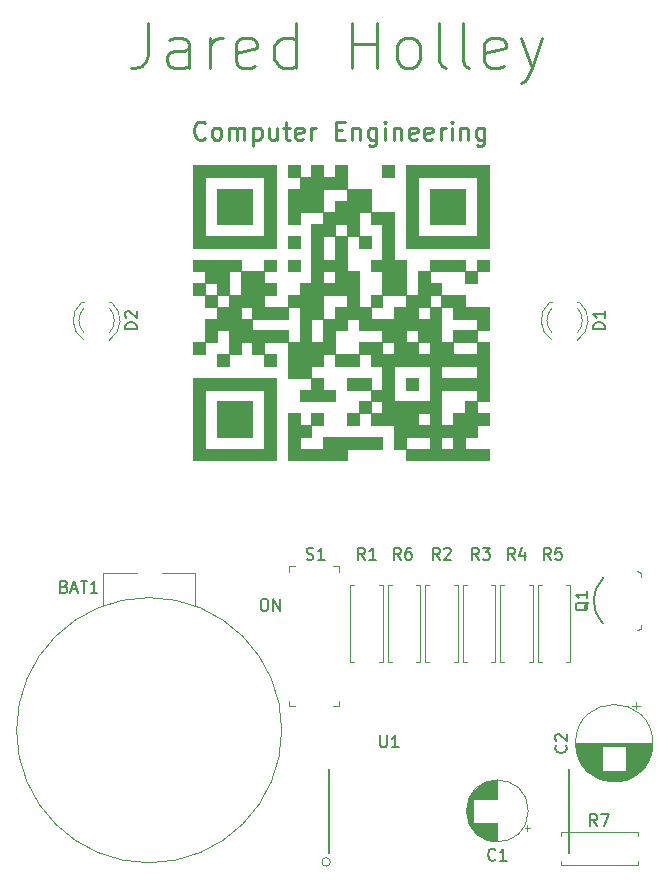
<source format=gto>
G04 #@! TF.GenerationSoftware,KiCad,Pcbnew,(5.1.4-0-10_14)*
G04 #@! TF.CreationDate,2019-09-05T15:19:51-04:00*
G04 #@! TF.ProjectId,555_Badge,3535355f-4261-4646-9765-2e6b69636164,v01*
G04 #@! TF.SameCoordinates,Original*
G04 #@! TF.FileFunction,Legend,Top*
G04 #@! TF.FilePolarity,Positive*
%FSLAX46Y46*%
G04 Gerber Fmt 4.6, Leading zero omitted, Abs format (unit mm)*
G04 Created by KiCad (PCBNEW (5.1.4-0-10_14)) date 2019-09-05 15:19:51*
%MOMM*%
%LPD*%
G04 APERTURE LIST*
%ADD10C,0.254000*%
%ADD11C,0.150000*%
%ADD12C,0.010000*%
%ADD13C,0.100000*%
%ADD14C,0.120000*%
%ADD15C,0.203200*%
G04 APERTURE END LIST*
D10*
X118400285Y-68108285D02*
X118327714Y-68180857D01*
X118110000Y-68253428D01*
X117964857Y-68253428D01*
X117747142Y-68180857D01*
X117602000Y-68035714D01*
X117529428Y-67890571D01*
X117456857Y-67600285D01*
X117456857Y-67382571D01*
X117529428Y-67092285D01*
X117602000Y-66947142D01*
X117747142Y-66802000D01*
X117964857Y-66729428D01*
X118110000Y-66729428D01*
X118327714Y-66802000D01*
X118400285Y-66874571D01*
X119271142Y-68253428D02*
X119126000Y-68180857D01*
X119053428Y-68108285D01*
X118980857Y-67963142D01*
X118980857Y-67527714D01*
X119053428Y-67382571D01*
X119126000Y-67310000D01*
X119271142Y-67237428D01*
X119488857Y-67237428D01*
X119634000Y-67310000D01*
X119706571Y-67382571D01*
X119779142Y-67527714D01*
X119779142Y-67963142D01*
X119706571Y-68108285D01*
X119634000Y-68180857D01*
X119488857Y-68253428D01*
X119271142Y-68253428D01*
X120432285Y-68253428D02*
X120432285Y-67237428D01*
X120432285Y-67382571D02*
X120504857Y-67310000D01*
X120650000Y-67237428D01*
X120867714Y-67237428D01*
X121012857Y-67310000D01*
X121085428Y-67455142D01*
X121085428Y-68253428D01*
X121085428Y-67455142D02*
X121158000Y-67310000D01*
X121303142Y-67237428D01*
X121520857Y-67237428D01*
X121666000Y-67310000D01*
X121738571Y-67455142D01*
X121738571Y-68253428D01*
X122464285Y-67237428D02*
X122464285Y-68761428D01*
X122464285Y-67310000D02*
X122609428Y-67237428D01*
X122899714Y-67237428D01*
X123044857Y-67310000D01*
X123117428Y-67382571D01*
X123190000Y-67527714D01*
X123190000Y-67963142D01*
X123117428Y-68108285D01*
X123044857Y-68180857D01*
X122899714Y-68253428D01*
X122609428Y-68253428D01*
X122464285Y-68180857D01*
X124496285Y-67237428D02*
X124496285Y-68253428D01*
X123843142Y-67237428D02*
X123843142Y-68035714D01*
X123915714Y-68180857D01*
X124060857Y-68253428D01*
X124278571Y-68253428D01*
X124423714Y-68180857D01*
X124496285Y-68108285D01*
X125004285Y-67237428D02*
X125584857Y-67237428D01*
X125222000Y-66729428D02*
X125222000Y-68035714D01*
X125294571Y-68180857D01*
X125439714Y-68253428D01*
X125584857Y-68253428D01*
X126673428Y-68180857D02*
X126528285Y-68253428D01*
X126238000Y-68253428D01*
X126092857Y-68180857D01*
X126020285Y-68035714D01*
X126020285Y-67455142D01*
X126092857Y-67310000D01*
X126238000Y-67237428D01*
X126528285Y-67237428D01*
X126673428Y-67310000D01*
X126746000Y-67455142D01*
X126746000Y-67600285D01*
X126020285Y-67745428D01*
X127399142Y-68253428D02*
X127399142Y-67237428D01*
X127399142Y-67527714D02*
X127471714Y-67382571D01*
X127544285Y-67310000D01*
X127689428Y-67237428D01*
X127834571Y-67237428D01*
X129503714Y-67455142D02*
X130011714Y-67455142D01*
X130229428Y-68253428D02*
X129503714Y-68253428D01*
X129503714Y-66729428D01*
X130229428Y-66729428D01*
X130882571Y-67237428D02*
X130882571Y-68253428D01*
X130882571Y-67382571D02*
X130955142Y-67310000D01*
X131100285Y-67237428D01*
X131318000Y-67237428D01*
X131463142Y-67310000D01*
X131535714Y-67455142D01*
X131535714Y-68253428D01*
X132914571Y-67237428D02*
X132914571Y-68471142D01*
X132842000Y-68616285D01*
X132769428Y-68688857D01*
X132624285Y-68761428D01*
X132406571Y-68761428D01*
X132261428Y-68688857D01*
X132914571Y-68180857D02*
X132769428Y-68253428D01*
X132479142Y-68253428D01*
X132334000Y-68180857D01*
X132261428Y-68108285D01*
X132188857Y-67963142D01*
X132188857Y-67527714D01*
X132261428Y-67382571D01*
X132334000Y-67310000D01*
X132479142Y-67237428D01*
X132769428Y-67237428D01*
X132914571Y-67310000D01*
X133640285Y-68253428D02*
X133640285Y-67237428D01*
X133640285Y-66729428D02*
X133567714Y-66802000D01*
X133640285Y-66874571D01*
X133712857Y-66802000D01*
X133640285Y-66729428D01*
X133640285Y-66874571D01*
X134366000Y-67237428D02*
X134366000Y-68253428D01*
X134366000Y-67382571D02*
X134438571Y-67310000D01*
X134583714Y-67237428D01*
X134801428Y-67237428D01*
X134946571Y-67310000D01*
X135019142Y-67455142D01*
X135019142Y-68253428D01*
X136325428Y-68180857D02*
X136180285Y-68253428D01*
X135890000Y-68253428D01*
X135744857Y-68180857D01*
X135672285Y-68035714D01*
X135672285Y-67455142D01*
X135744857Y-67310000D01*
X135890000Y-67237428D01*
X136180285Y-67237428D01*
X136325428Y-67310000D01*
X136398000Y-67455142D01*
X136398000Y-67600285D01*
X135672285Y-67745428D01*
X137631714Y-68180857D02*
X137486571Y-68253428D01*
X137196285Y-68253428D01*
X137051142Y-68180857D01*
X136978571Y-68035714D01*
X136978571Y-67455142D01*
X137051142Y-67310000D01*
X137196285Y-67237428D01*
X137486571Y-67237428D01*
X137631714Y-67310000D01*
X137704285Y-67455142D01*
X137704285Y-67600285D01*
X136978571Y-67745428D01*
X138357428Y-68253428D02*
X138357428Y-67237428D01*
X138357428Y-67527714D02*
X138430000Y-67382571D01*
X138502571Y-67310000D01*
X138647714Y-67237428D01*
X138792857Y-67237428D01*
X139300857Y-68253428D02*
X139300857Y-67237428D01*
X139300857Y-66729428D02*
X139228285Y-66802000D01*
X139300857Y-66874571D01*
X139373428Y-66802000D01*
X139300857Y-66729428D01*
X139300857Y-66874571D01*
X140026571Y-67237428D02*
X140026571Y-68253428D01*
X140026571Y-67382571D02*
X140099142Y-67310000D01*
X140244285Y-67237428D01*
X140462000Y-67237428D01*
X140607142Y-67310000D01*
X140679714Y-67455142D01*
X140679714Y-68253428D01*
X142058571Y-67237428D02*
X142058571Y-68471142D01*
X141986000Y-68616285D01*
X141913428Y-68688857D01*
X141768285Y-68761428D01*
X141550571Y-68761428D01*
X141405428Y-68688857D01*
X142058571Y-68180857D02*
X141913428Y-68253428D01*
X141623142Y-68253428D01*
X141478000Y-68180857D01*
X141405428Y-68108285D01*
X141332857Y-67963142D01*
X141332857Y-67527714D01*
X141405428Y-67382571D01*
X141478000Y-67310000D01*
X141623142Y-67237428D01*
X141913428Y-67237428D01*
X142058571Y-67310000D01*
X113574285Y-58365571D02*
X113574285Y-61087000D01*
X113392857Y-61631285D01*
X113030000Y-61994142D01*
X112485714Y-62175571D01*
X112122857Y-62175571D01*
X117021428Y-62175571D02*
X117021428Y-60179857D01*
X116840000Y-59817000D01*
X116477142Y-59635571D01*
X115751428Y-59635571D01*
X115388571Y-59817000D01*
X117021428Y-61994142D02*
X116658571Y-62175571D01*
X115751428Y-62175571D01*
X115388571Y-61994142D01*
X115207142Y-61631285D01*
X115207142Y-61268428D01*
X115388571Y-60905571D01*
X115751428Y-60724142D01*
X116658571Y-60724142D01*
X117021428Y-60542714D01*
X118835714Y-62175571D02*
X118835714Y-59635571D01*
X118835714Y-60361285D02*
X119017142Y-59998428D01*
X119198571Y-59817000D01*
X119561428Y-59635571D01*
X119924285Y-59635571D01*
X122645714Y-61994142D02*
X122282857Y-62175571D01*
X121557142Y-62175571D01*
X121194285Y-61994142D01*
X121012857Y-61631285D01*
X121012857Y-60179857D01*
X121194285Y-59817000D01*
X121557142Y-59635571D01*
X122282857Y-59635571D01*
X122645714Y-59817000D01*
X122827142Y-60179857D01*
X122827142Y-60542714D01*
X121012857Y-60905571D01*
X126092857Y-62175571D02*
X126092857Y-58365571D01*
X126092857Y-61994142D02*
X125730000Y-62175571D01*
X125004285Y-62175571D01*
X124641428Y-61994142D01*
X124460000Y-61812714D01*
X124278571Y-61449857D01*
X124278571Y-60361285D01*
X124460000Y-59998428D01*
X124641428Y-59817000D01*
X125004285Y-59635571D01*
X125730000Y-59635571D01*
X126092857Y-59817000D01*
X130810000Y-62175571D02*
X130810000Y-58365571D01*
X130810000Y-60179857D02*
X132987142Y-60179857D01*
X132987142Y-62175571D02*
X132987142Y-58365571D01*
X135345714Y-62175571D02*
X134982857Y-61994142D01*
X134801428Y-61812714D01*
X134620000Y-61449857D01*
X134620000Y-60361285D01*
X134801428Y-59998428D01*
X134982857Y-59817000D01*
X135345714Y-59635571D01*
X135890000Y-59635571D01*
X136252857Y-59817000D01*
X136434285Y-59998428D01*
X136615714Y-60361285D01*
X136615714Y-61449857D01*
X136434285Y-61812714D01*
X136252857Y-61994142D01*
X135890000Y-62175571D01*
X135345714Y-62175571D01*
X138792857Y-62175571D02*
X138430000Y-61994142D01*
X138248571Y-61631285D01*
X138248571Y-58365571D01*
X140788571Y-62175571D02*
X140425714Y-61994142D01*
X140244285Y-61631285D01*
X140244285Y-58365571D01*
X143691428Y-61994142D02*
X143328571Y-62175571D01*
X142602857Y-62175571D01*
X142240000Y-61994142D01*
X142058571Y-61631285D01*
X142058571Y-60179857D01*
X142240000Y-59817000D01*
X142602857Y-59635571D01*
X143328571Y-59635571D01*
X143691428Y-59817000D01*
X143872857Y-60179857D01*
X143872857Y-60542714D01*
X142058571Y-60905571D01*
X145142857Y-59635571D02*
X146050000Y-62175571D01*
X146957142Y-59635571D02*
X146050000Y-62175571D01*
X145687142Y-63082714D01*
X145505714Y-63264142D01*
X145142857Y-63445571D01*
D11*
X123332952Y-107148380D02*
X123523428Y-107148380D01*
X123618666Y-107196000D01*
X123713904Y-107291238D01*
X123761523Y-107481714D01*
X123761523Y-107815047D01*
X123713904Y-108005523D01*
X123618666Y-108100761D01*
X123523428Y-108148380D01*
X123332952Y-108148380D01*
X123237714Y-108100761D01*
X123142476Y-108005523D01*
X123094857Y-107815047D01*
X123094857Y-107481714D01*
X123142476Y-107291238D01*
X123237714Y-107196000D01*
X123332952Y-107148380D01*
X124190095Y-108148380D02*
X124190095Y-107148380D01*
X124761523Y-108148380D01*
X124761523Y-107148380D01*
D12*
G36*
X117410000Y-70420000D02*
G01*
X118410000Y-70420000D01*
X118410000Y-71420000D01*
X117410000Y-71420000D01*
X117410000Y-70420000D01*
X117410000Y-70420000D01*
G37*
X117410000Y-70420000D02*
X118410000Y-70420000D01*
X118410000Y-71420000D01*
X117410000Y-71420000D01*
X117410000Y-70420000D01*
G36*
X118410000Y-70420000D02*
G01*
X119410000Y-70420000D01*
X119410000Y-71420000D01*
X118410000Y-71420000D01*
X118410000Y-70420000D01*
X118410000Y-70420000D01*
G37*
X118410000Y-70420000D02*
X119410000Y-70420000D01*
X119410000Y-71420000D01*
X118410000Y-71420000D01*
X118410000Y-70420000D01*
G36*
X119410000Y-70420000D02*
G01*
X120410000Y-70420000D01*
X120410000Y-71420000D01*
X119410000Y-71420000D01*
X119410000Y-70420000D01*
X119410000Y-70420000D01*
G37*
X119410000Y-70420000D02*
X120410000Y-70420000D01*
X120410000Y-71420000D01*
X119410000Y-71420000D01*
X119410000Y-70420000D01*
G36*
X120410000Y-70420000D02*
G01*
X121410000Y-70420000D01*
X121410000Y-71420000D01*
X120410000Y-71420000D01*
X120410000Y-70420000D01*
X120410000Y-70420000D01*
G37*
X120410000Y-70420000D02*
X121410000Y-70420000D01*
X121410000Y-71420000D01*
X120410000Y-71420000D01*
X120410000Y-70420000D01*
G36*
X121410000Y-70420000D02*
G01*
X122410000Y-70420000D01*
X122410000Y-71420000D01*
X121410000Y-71420000D01*
X121410000Y-70420000D01*
X121410000Y-70420000D01*
G37*
X121410000Y-70420000D02*
X122410000Y-70420000D01*
X122410000Y-71420000D01*
X121410000Y-71420000D01*
X121410000Y-70420000D01*
G36*
X122410000Y-70420000D02*
G01*
X123410000Y-70420000D01*
X123410000Y-71420000D01*
X122410000Y-71420000D01*
X122410000Y-70420000D01*
X122410000Y-70420000D01*
G37*
X122410000Y-70420000D02*
X123410000Y-70420000D01*
X123410000Y-71420000D01*
X122410000Y-71420000D01*
X122410000Y-70420000D01*
G36*
X123410000Y-70420000D02*
G01*
X124410000Y-70420000D01*
X124410000Y-71420000D01*
X123410000Y-71420000D01*
X123410000Y-70420000D01*
X123410000Y-70420000D01*
G37*
X123410000Y-70420000D02*
X124410000Y-70420000D01*
X124410000Y-71420000D01*
X123410000Y-71420000D01*
X123410000Y-70420000D01*
G36*
X125410000Y-70420000D02*
G01*
X126410000Y-70420000D01*
X126410000Y-71420000D01*
X125410000Y-71420000D01*
X125410000Y-70420000D01*
X125410000Y-70420000D01*
G37*
X125410000Y-70420000D02*
X126410000Y-70420000D01*
X126410000Y-71420000D01*
X125410000Y-71420000D01*
X125410000Y-70420000D01*
G36*
X127410000Y-70420000D02*
G01*
X128410000Y-70420000D01*
X128410000Y-71420000D01*
X127410000Y-71420000D01*
X127410000Y-70420000D01*
X127410000Y-70420000D01*
G37*
X127410000Y-70420000D02*
X128410000Y-70420000D01*
X128410000Y-71420000D01*
X127410000Y-71420000D01*
X127410000Y-70420000D01*
G36*
X129410000Y-70420000D02*
G01*
X130410000Y-70420000D01*
X130410000Y-71420000D01*
X129410000Y-71420000D01*
X129410000Y-70420000D01*
X129410000Y-70420000D01*
G37*
X129410000Y-70420000D02*
X130410000Y-70420000D01*
X130410000Y-71420000D01*
X129410000Y-71420000D01*
X129410000Y-70420000D01*
G36*
X133410000Y-70420000D02*
G01*
X134410000Y-70420000D01*
X134410000Y-71420000D01*
X133410000Y-71420000D01*
X133410000Y-70420000D01*
X133410000Y-70420000D01*
G37*
X133410000Y-70420000D02*
X134410000Y-70420000D01*
X134410000Y-71420000D01*
X133410000Y-71420000D01*
X133410000Y-70420000D01*
G36*
X135410000Y-70420000D02*
G01*
X136410000Y-70420000D01*
X136410000Y-71420000D01*
X135410000Y-71420000D01*
X135410000Y-70420000D01*
X135410000Y-70420000D01*
G37*
X135410000Y-70420000D02*
X136410000Y-70420000D01*
X136410000Y-71420000D01*
X135410000Y-71420000D01*
X135410000Y-70420000D01*
G36*
X136410000Y-70420000D02*
G01*
X137410000Y-70420000D01*
X137410000Y-71420000D01*
X136410000Y-71420000D01*
X136410000Y-70420000D01*
X136410000Y-70420000D01*
G37*
X136410000Y-70420000D02*
X137410000Y-70420000D01*
X137410000Y-71420000D01*
X136410000Y-71420000D01*
X136410000Y-70420000D01*
G36*
X137410000Y-70420000D02*
G01*
X138410000Y-70420000D01*
X138410000Y-71420000D01*
X137410000Y-71420000D01*
X137410000Y-70420000D01*
X137410000Y-70420000D01*
G37*
X137410000Y-70420000D02*
X138410000Y-70420000D01*
X138410000Y-71420000D01*
X137410000Y-71420000D01*
X137410000Y-70420000D01*
G36*
X138410000Y-70420000D02*
G01*
X139410000Y-70420000D01*
X139410000Y-71420000D01*
X138410000Y-71420000D01*
X138410000Y-70420000D01*
X138410000Y-70420000D01*
G37*
X138410000Y-70420000D02*
X139410000Y-70420000D01*
X139410000Y-71420000D01*
X138410000Y-71420000D01*
X138410000Y-70420000D01*
G36*
X139410000Y-70420000D02*
G01*
X140410000Y-70420000D01*
X140410000Y-71420000D01*
X139410000Y-71420000D01*
X139410000Y-70420000D01*
X139410000Y-70420000D01*
G37*
X139410000Y-70420000D02*
X140410000Y-70420000D01*
X140410000Y-71420000D01*
X139410000Y-71420000D01*
X139410000Y-70420000D01*
G36*
X140410000Y-70420000D02*
G01*
X141410000Y-70420000D01*
X141410000Y-71420000D01*
X140410000Y-71420000D01*
X140410000Y-70420000D01*
X140410000Y-70420000D01*
G37*
X140410000Y-70420000D02*
X141410000Y-70420000D01*
X141410000Y-71420000D01*
X140410000Y-71420000D01*
X140410000Y-70420000D01*
G36*
X141410000Y-70420000D02*
G01*
X142410000Y-70420000D01*
X142410000Y-71420000D01*
X141410000Y-71420000D01*
X141410000Y-70420000D01*
X141410000Y-70420000D01*
G37*
X141410000Y-70420000D02*
X142410000Y-70420000D01*
X142410000Y-71420000D01*
X141410000Y-71420000D01*
X141410000Y-70420000D01*
G36*
X117410000Y-71420000D02*
G01*
X118410000Y-71420000D01*
X118410000Y-72420000D01*
X117410000Y-72420000D01*
X117410000Y-71420000D01*
X117410000Y-71420000D01*
G37*
X117410000Y-71420000D02*
X118410000Y-71420000D01*
X118410000Y-72420000D01*
X117410000Y-72420000D01*
X117410000Y-71420000D01*
G36*
X123410000Y-71420000D02*
G01*
X124410000Y-71420000D01*
X124410000Y-72420000D01*
X123410000Y-72420000D01*
X123410000Y-71420000D01*
X123410000Y-71420000D01*
G37*
X123410000Y-71420000D02*
X124410000Y-71420000D01*
X124410000Y-72420000D01*
X123410000Y-72420000D01*
X123410000Y-71420000D01*
G36*
X126410000Y-71420000D02*
G01*
X127410000Y-71420000D01*
X127410000Y-72420000D01*
X126410000Y-72420000D01*
X126410000Y-71420000D01*
X126410000Y-71420000D01*
G37*
X126410000Y-71420000D02*
X127410000Y-71420000D01*
X127410000Y-72420000D01*
X126410000Y-72420000D01*
X126410000Y-71420000D01*
G36*
X127410000Y-71420000D02*
G01*
X128410000Y-71420000D01*
X128410000Y-72420000D01*
X127410000Y-72420000D01*
X127410000Y-71420000D01*
X127410000Y-71420000D01*
G37*
X127410000Y-71420000D02*
X128410000Y-71420000D01*
X128410000Y-72420000D01*
X127410000Y-72420000D01*
X127410000Y-71420000D01*
G36*
X128410000Y-71420000D02*
G01*
X129410000Y-71420000D01*
X129410000Y-72420000D01*
X128410000Y-72420000D01*
X128410000Y-71420000D01*
X128410000Y-71420000D01*
G37*
X128410000Y-71420000D02*
X129410000Y-71420000D01*
X129410000Y-72420000D01*
X128410000Y-72420000D01*
X128410000Y-71420000D01*
G36*
X129410000Y-71420000D02*
G01*
X130410000Y-71420000D01*
X130410000Y-72420000D01*
X129410000Y-72420000D01*
X129410000Y-71420000D01*
X129410000Y-71420000D01*
G37*
X129410000Y-71420000D02*
X130410000Y-71420000D01*
X130410000Y-72420000D01*
X129410000Y-72420000D01*
X129410000Y-71420000D01*
G36*
X135410000Y-71420000D02*
G01*
X136410000Y-71420000D01*
X136410000Y-72420000D01*
X135410000Y-72420000D01*
X135410000Y-71420000D01*
X135410000Y-71420000D01*
G37*
X135410000Y-71420000D02*
X136410000Y-71420000D01*
X136410000Y-72420000D01*
X135410000Y-72420000D01*
X135410000Y-71420000D01*
G36*
X141410000Y-71420000D02*
G01*
X142410000Y-71420000D01*
X142410000Y-72420000D01*
X141410000Y-72420000D01*
X141410000Y-71420000D01*
X141410000Y-71420000D01*
G37*
X141410000Y-71420000D02*
X142410000Y-71420000D01*
X142410000Y-72420000D01*
X141410000Y-72420000D01*
X141410000Y-71420000D01*
G36*
X117410000Y-72420000D02*
G01*
X118410000Y-72420000D01*
X118410000Y-73420000D01*
X117410000Y-73420000D01*
X117410000Y-72420000D01*
X117410000Y-72420000D01*
G37*
X117410000Y-72420000D02*
X118410000Y-72420000D01*
X118410000Y-73420000D01*
X117410000Y-73420000D01*
X117410000Y-72420000D01*
G36*
X119410000Y-72420000D02*
G01*
X120410000Y-72420000D01*
X120410000Y-73420000D01*
X119410000Y-73420000D01*
X119410000Y-72420000D01*
X119410000Y-72420000D01*
G37*
X119410000Y-72420000D02*
X120410000Y-72420000D01*
X120410000Y-73420000D01*
X119410000Y-73420000D01*
X119410000Y-72420000D01*
G36*
X120410000Y-72420000D02*
G01*
X121410000Y-72420000D01*
X121410000Y-73420000D01*
X120410000Y-73420000D01*
X120410000Y-72420000D01*
X120410000Y-72420000D01*
G37*
X120410000Y-72420000D02*
X121410000Y-72420000D01*
X121410000Y-73420000D01*
X120410000Y-73420000D01*
X120410000Y-72420000D01*
G36*
X121410000Y-72420000D02*
G01*
X122410000Y-72420000D01*
X122410000Y-73420000D01*
X121410000Y-73420000D01*
X121410000Y-72420000D01*
X121410000Y-72420000D01*
G37*
X121410000Y-72420000D02*
X122410000Y-72420000D01*
X122410000Y-73420000D01*
X121410000Y-73420000D01*
X121410000Y-72420000D01*
G36*
X123410000Y-72420000D02*
G01*
X124410000Y-72420000D01*
X124410000Y-73420000D01*
X123410000Y-73420000D01*
X123410000Y-72420000D01*
X123410000Y-72420000D01*
G37*
X123410000Y-72420000D02*
X124410000Y-72420000D01*
X124410000Y-73420000D01*
X123410000Y-73420000D01*
X123410000Y-72420000D01*
G36*
X125410000Y-72420000D02*
G01*
X126410000Y-72420000D01*
X126410000Y-73420000D01*
X125410000Y-73420000D01*
X125410000Y-72420000D01*
X125410000Y-72420000D01*
G37*
X125410000Y-72420000D02*
X126410000Y-72420000D01*
X126410000Y-73420000D01*
X125410000Y-73420000D01*
X125410000Y-72420000D01*
G36*
X126410000Y-72420000D02*
G01*
X127410000Y-72420000D01*
X127410000Y-73420000D01*
X126410000Y-73420000D01*
X126410000Y-72420000D01*
X126410000Y-72420000D01*
G37*
X126410000Y-72420000D02*
X127410000Y-72420000D01*
X127410000Y-73420000D01*
X126410000Y-73420000D01*
X126410000Y-72420000D01*
G36*
X127410000Y-72420000D02*
G01*
X128410000Y-72420000D01*
X128410000Y-73420000D01*
X127410000Y-73420000D01*
X127410000Y-72420000D01*
X127410000Y-72420000D01*
G37*
X127410000Y-72420000D02*
X128410000Y-72420000D01*
X128410000Y-73420000D01*
X127410000Y-73420000D01*
X127410000Y-72420000D01*
G36*
X130410000Y-72420000D02*
G01*
X131410000Y-72420000D01*
X131410000Y-73420000D01*
X130410000Y-73420000D01*
X130410000Y-72420000D01*
X130410000Y-72420000D01*
G37*
X130410000Y-72420000D02*
X131410000Y-72420000D01*
X131410000Y-73420000D01*
X130410000Y-73420000D01*
X130410000Y-72420000D01*
G36*
X131410000Y-72420000D02*
G01*
X132410000Y-72420000D01*
X132410000Y-73420000D01*
X131410000Y-73420000D01*
X131410000Y-72420000D01*
X131410000Y-72420000D01*
G37*
X131410000Y-72420000D02*
X132410000Y-72420000D01*
X132410000Y-73420000D01*
X131410000Y-73420000D01*
X131410000Y-72420000D01*
G36*
X135410000Y-72420000D02*
G01*
X136410000Y-72420000D01*
X136410000Y-73420000D01*
X135410000Y-73420000D01*
X135410000Y-72420000D01*
X135410000Y-72420000D01*
G37*
X135410000Y-72420000D02*
X136410000Y-72420000D01*
X136410000Y-73420000D01*
X135410000Y-73420000D01*
X135410000Y-72420000D01*
G36*
X137410000Y-72420000D02*
G01*
X138410000Y-72420000D01*
X138410000Y-73420000D01*
X137410000Y-73420000D01*
X137410000Y-72420000D01*
X137410000Y-72420000D01*
G37*
X137410000Y-72420000D02*
X138410000Y-72420000D01*
X138410000Y-73420000D01*
X137410000Y-73420000D01*
X137410000Y-72420000D01*
G36*
X138410000Y-72420000D02*
G01*
X139410000Y-72420000D01*
X139410000Y-73420000D01*
X138410000Y-73420000D01*
X138410000Y-72420000D01*
X138410000Y-72420000D01*
G37*
X138410000Y-72420000D02*
X139410000Y-72420000D01*
X139410000Y-73420000D01*
X138410000Y-73420000D01*
X138410000Y-72420000D01*
G36*
X139410000Y-72420000D02*
G01*
X140410000Y-72420000D01*
X140410000Y-73420000D01*
X139410000Y-73420000D01*
X139410000Y-72420000D01*
X139410000Y-72420000D01*
G37*
X139410000Y-72420000D02*
X140410000Y-72420000D01*
X140410000Y-73420000D01*
X139410000Y-73420000D01*
X139410000Y-72420000D01*
G36*
X141410000Y-72420000D02*
G01*
X142410000Y-72420000D01*
X142410000Y-73420000D01*
X141410000Y-73420000D01*
X141410000Y-72420000D01*
X141410000Y-72420000D01*
G37*
X141410000Y-72420000D02*
X142410000Y-72420000D01*
X142410000Y-73420000D01*
X141410000Y-73420000D01*
X141410000Y-72420000D01*
G36*
X117410000Y-73420000D02*
G01*
X118410000Y-73420000D01*
X118410000Y-74420000D01*
X117410000Y-74420000D01*
X117410000Y-73420000D01*
X117410000Y-73420000D01*
G37*
X117410000Y-73420000D02*
X118410000Y-73420000D01*
X118410000Y-74420000D01*
X117410000Y-74420000D01*
X117410000Y-73420000D01*
G36*
X119410000Y-73420000D02*
G01*
X120410000Y-73420000D01*
X120410000Y-74420000D01*
X119410000Y-74420000D01*
X119410000Y-73420000D01*
X119410000Y-73420000D01*
G37*
X119410000Y-73420000D02*
X120410000Y-73420000D01*
X120410000Y-74420000D01*
X119410000Y-74420000D01*
X119410000Y-73420000D01*
G36*
X120410000Y-73420000D02*
G01*
X121410000Y-73420000D01*
X121410000Y-74420000D01*
X120410000Y-74420000D01*
X120410000Y-73420000D01*
X120410000Y-73420000D01*
G37*
X120410000Y-73420000D02*
X121410000Y-73420000D01*
X121410000Y-74420000D01*
X120410000Y-74420000D01*
X120410000Y-73420000D01*
G36*
X121410000Y-73420000D02*
G01*
X122410000Y-73420000D01*
X122410000Y-74420000D01*
X121410000Y-74420000D01*
X121410000Y-73420000D01*
X121410000Y-73420000D01*
G37*
X121410000Y-73420000D02*
X122410000Y-73420000D01*
X122410000Y-74420000D01*
X121410000Y-74420000D01*
X121410000Y-73420000D01*
G36*
X123410000Y-73420000D02*
G01*
X124410000Y-73420000D01*
X124410000Y-74420000D01*
X123410000Y-74420000D01*
X123410000Y-73420000D01*
X123410000Y-73420000D01*
G37*
X123410000Y-73420000D02*
X124410000Y-73420000D01*
X124410000Y-74420000D01*
X123410000Y-74420000D01*
X123410000Y-73420000D01*
G36*
X125410000Y-73420000D02*
G01*
X126410000Y-73420000D01*
X126410000Y-74420000D01*
X125410000Y-74420000D01*
X125410000Y-73420000D01*
X125410000Y-73420000D01*
G37*
X125410000Y-73420000D02*
X126410000Y-73420000D01*
X126410000Y-74420000D01*
X125410000Y-74420000D01*
X125410000Y-73420000D01*
G36*
X126410000Y-73420000D02*
G01*
X127410000Y-73420000D01*
X127410000Y-74420000D01*
X126410000Y-74420000D01*
X126410000Y-73420000D01*
X126410000Y-73420000D01*
G37*
X126410000Y-73420000D02*
X127410000Y-73420000D01*
X127410000Y-74420000D01*
X126410000Y-74420000D01*
X126410000Y-73420000D01*
G36*
X127410000Y-73420000D02*
G01*
X128410000Y-73420000D01*
X128410000Y-74420000D01*
X127410000Y-74420000D01*
X127410000Y-73420000D01*
X127410000Y-73420000D01*
G37*
X127410000Y-73420000D02*
X128410000Y-73420000D01*
X128410000Y-74420000D01*
X127410000Y-74420000D01*
X127410000Y-73420000D01*
G36*
X129410000Y-73420000D02*
G01*
X130410000Y-73420000D01*
X130410000Y-74420000D01*
X129410000Y-74420000D01*
X129410000Y-73420000D01*
X129410000Y-73420000D01*
G37*
X129410000Y-73420000D02*
X130410000Y-73420000D01*
X130410000Y-74420000D01*
X129410000Y-74420000D01*
X129410000Y-73420000D01*
G36*
X130410000Y-73420000D02*
G01*
X131410000Y-73420000D01*
X131410000Y-74420000D01*
X130410000Y-74420000D01*
X130410000Y-73420000D01*
X130410000Y-73420000D01*
G37*
X130410000Y-73420000D02*
X131410000Y-73420000D01*
X131410000Y-74420000D01*
X130410000Y-74420000D01*
X130410000Y-73420000D01*
G36*
X131410000Y-73420000D02*
G01*
X132410000Y-73420000D01*
X132410000Y-74420000D01*
X131410000Y-74420000D01*
X131410000Y-73420000D01*
X131410000Y-73420000D01*
G37*
X131410000Y-73420000D02*
X132410000Y-73420000D01*
X132410000Y-74420000D01*
X131410000Y-74420000D01*
X131410000Y-73420000D01*
G36*
X135410000Y-73420000D02*
G01*
X136410000Y-73420000D01*
X136410000Y-74420000D01*
X135410000Y-74420000D01*
X135410000Y-73420000D01*
X135410000Y-73420000D01*
G37*
X135410000Y-73420000D02*
X136410000Y-73420000D01*
X136410000Y-74420000D01*
X135410000Y-74420000D01*
X135410000Y-73420000D01*
G36*
X137410000Y-73420000D02*
G01*
X138410000Y-73420000D01*
X138410000Y-74420000D01*
X137410000Y-74420000D01*
X137410000Y-73420000D01*
X137410000Y-73420000D01*
G37*
X137410000Y-73420000D02*
X138410000Y-73420000D01*
X138410000Y-74420000D01*
X137410000Y-74420000D01*
X137410000Y-73420000D01*
G36*
X138410000Y-73420000D02*
G01*
X139410000Y-73420000D01*
X139410000Y-74420000D01*
X138410000Y-74420000D01*
X138410000Y-73420000D01*
X138410000Y-73420000D01*
G37*
X138410000Y-73420000D02*
X139410000Y-73420000D01*
X139410000Y-74420000D01*
X138410000Y-74420000D01*
X138410000Y-73420000D01*
G36*
X139410000Y-73420000D02*
G01*
X140410000Y-73420000D01*
X140410000Y-74420000D01*
X139410000Y-74420000D01*
X139410000Y-73420000D01*
X139410000Y-73420000D01*
G37*
X139410000Y-73420000D02*
X140410000Y-73420000D01*
X140410000Y-74420000D01*
X139410000Y-74420000D01*
X139410000Y-73420000D01*
G36*
X141410000Y-73420000D02*
G01*
X142410000Y-73420000D01*
X142410000Y-74420000D01*
X141410000Y-74420000D01*
X141410000Y-73420000D01*
X141410000Y-73420000D01*
G37*
X141410000Y-73420000D02*
X142410000Y-73420000D01*
X142410000Y-74420000D01*
X141410000Y-74420000D01*
X141410000Y-73420000D01*
G36*
X117410000Y-74420000D02*
G01*
X118410000Y-74420000D01*
X118410000Y-75420000D01*
X117410000Y-75420000D01*
X117410000Y-74420000D01*
X117410000Y-74420000D01*
G37*
X117410000Y-74420000D02*
X118410000Y-74420000D01*
X118410000Y-75420000D01*
X117410000Y-75420000D01*
X117410000Y-74420000D01*
G36*
X119410000Y-74420000D02*
G01*
X120410000Y-74420000D01*
X120410000Y-75420000D01*
X119410000Y-75420000D01*
X119410000Y-74420000D01*
X119410000Y-74420000D01*
G37*
X119410000Y-74420000D02*
X120410000Y-74420000D01*
X120410000Y-75420000D01*
X119410000Y-75420000D01*
X119410000Y-74420000D01*
G36*
X120410000Y-74420000D02*
G01*
X121410000Y-74420000D01*
X121410000Y-75420000D01*
X120410000Y-75420000D01*
X120410000Y-74420000D01*
X120410000Y-74420000D01*
G37*
X120410000Y-74420000D02*
X121410000Y-74420000D01*
X121410000Y-75420000D01*
X120410000Y-75420000D01*
X120410000Y-74420000D01*
G36*
X121410000Y-74420000D02*
G01*
X122410000Y-74420000D01*
X122410000Y-75420000D01*
X121410000Y-75420000D01*
X121410000Y-74420000D01*
X121410000Y-74420000D01*
G37*
X121410000Y-74420000D02*
X122410000Y-74420000D01*
X122410000Y-75420000D01*
X121410000Y-75420000D01*
X121410000Y-74420000D01*
G36*
X123410000Y-74420000D02*
G01*
X124410000Y-74420000D01*
X124410000Y-75420000D01*
X123410000Y-75420000D01*
X123410000Y-74420000D01*
X123410000Y-74420000D01*
G37*
X123410000Y-74420000D02*
X124410000Y-74420000D01*
X124410000Y-75420000D01*
X123410000Y-75420000D01*
X123410000Y-74420000D01*
G36*
X125410000Y-74420000D02*
G01*
X126410000Y-74420000D01*
X126410000Y-75420000D01*
X125410000Y-75420000D01*
X125410000Y-74420000D01*
X125410000Y-74420000D01*
G37*
X125410000Y-74420000D02*
X126410000Y-74420000D01*
X126410000Y-75420000D01*
X125410000Y-75420000D01*
X125410000Y-74420000D01*
G36*
X128410000Y-74420000D02*
G01*
X129410000Y-74420000D01*
X129410000Y-75420000D01*
X128410000Y-75420000D01*
X128410000Y-74420000D01*
X128410000Y-74420000D01*
G37*
X128410000Y-74420000D02*
X129410000Y-74420000D01*
X129410000Y-75420000D01*
X128410000Y-75420000D01*
X128410000Y-74420000D01*
G36*
X129410000Y-74420000D02*
G01*
X130410000Y-74420000D01*
X130410000Y-75420000D01*
X129410000Y-75420000D01*
X129410000Y-74420000D01*
X129410000Y-74420000D01*
G37*
X129410000Y-74420000D02*
X130410000Y-74420000D01*
X130410000Y-75420000D01*
X129410000Y-75420000D01*
X129410000Y-74420000D01*
G36*
X130410000Y-74420000D02*
G01*
X131410000Y-74420000D01*
X131410000Y-75420000D01*
X130410000Y-75420000D01*
X130410000Y-74420000D01*
X130410000Y-74420000D01*
G37*
X130410000Y-74420000D02*
X131410000Y-74420000D01*
X131410000Y-75420000D01*
X130410000Y-75420000D01*
X130410000Y-74420000D01*
G36*
X132410000Y-74420000D02*
G01*
X133410000Y-74420000D01*
X133410000Y-75420000D01*
X132410000Y-75420000D01*
X132410000Y-74420000D01*
X132410000Y-74420000D01*
G37*
X132410000Y-74420000D02*
X133410000Y-74420000D01*
X133410000Y-75420000D01*
X132410000Y-75420000D01*
X132410000Y-74420000D01*
G36*
X133410000Y-74420000D02*
G01*
X134410000Y-74420000D01*
X134410000Y-75420000D01*
X133410000Y-75420000D01*
X133410000Y-74420000D01*
X133410000Y-74420000D01*
G37*
X133410000Y-74420000D02*
X134410000Y-74420000D01*
X134410000Y-75420000D01*
X133410000Y-75420000D01*
X133410000Y-74420000D01*
G36*
X135410000Y-74420000D02*
G01*
X136410000Y-74420000D01*
X136410000Y-75420000D01*
X135410000Y-75420000D01*
X135410000Y-74420000D01*
X135410000Y-74420000D01*
G37*
X135410000Y-74420000D02*
X136410000Y-74420000D01*
X136410000Y-75420000D01*
X135410000Y-75420000D01*
X135410000Y-74420000D01*
G36*
X137410000Y-74420000D02*
G01*
X138410000Y-74420000D01*
X138410000Y-75420000D01*
X137410000Y-75420000D01*
X137410000Y-74420000D01*
X137410000Y-74420000D01*
G37*
X137410000Y-74420000D02*
X138410000Y-74420000D01*
X138410000Y-75420000D01*
X137410000Y-75420000D01*
X137410000Y-74420000D01*
G36*
X138410000Y-74420000D02*
G01*
X139410000Y-74420000D01*
X139410000Y-75420000D01*
X138410000Y-75420000D01*
X138410000Y-74420000D01*
X138410000Y-74420000D01*
G37*
X138410000Y-74420000D02*
X139410000Y-74420000D01*
X139410000Y-75420000D01*
X138410000Y-75420000D01*
X138410000Y-74420000D01*
G36*
X139410000Y-74420000D02*
G01*
X140410000Y-74420000D01*
X140410000Y-75420000D01*
X139410000Y-75420000D01*
X139410000Y-74420000D01*
X139410000Y-74420000D01*
G37*
X139410000Y-74420000D02*
X140410000Y-74420000D01*
X140410000Y-75420000D01*
X139410000Y-75420000D01*
X139410000Y-74420000D01*
G36*
X141410000Y-74420000D02*
G01*
X142410000Y-74420000D01*
X142410000Y-75420000D01*
X141410000Y-75420000D01*
X141410000Y-74420000D01*
X141410000Y-74420000D01*
G37*
X141410000Y-74420000D02*
X142410000Y-74420000D01*
X142410000Y-75420000D01*
X141410000Y-75420000D01*
X141410000Y-74420000D01*
G36*
X117410000Y-75420000D02*
G01*
X118410000Y-75420000D01*
X118410000Y-76420000D01*
X117410000Y-76420000D01*
X117410000Y-75420000D01*
X117410000Y-75420000D01*
G37*
X117410000Y-75420000D02*
X118410000Y-75420000D01*
X118410000Y-76420000D01*
X117410000Y-76420000D01*
X117410000Y-75420000D01*
G36*
X123410000Y-75420000D02*
G01*
X124410000Y-75420000D01*
X124410000Y-76420000D01*
X123410000Y-76420000D01*
X123410000Y-75420000D01*
X123410000Y-75420000D01*
G37*
X123410000Y-75420000D02*
X124410000Y-75420000D01*
X124410000Y-76420000D01*
X123410000Y-76420000D01*
X123410000Y-75420000D01*
G36*
X127410000Y-75420000D02*
G01*
X128410000Y-75420000D01*
X128410000Y-76420000D01*
X127410000Y-76420000D01*
X127410000Y-75420000D01*
X127410000Y-75420000D01*
G37*
X127410000Y-75420000D02*
X128410000Y-75420000D01*
X128410000Y-76420000D01*
X127410000Y-76420000D01*
X127410000Y-75420000D01*
G36*
X128410000Y-75420000D02*
G01*
X129410000Y-75420000D01*
X129410000Y-76420000D01*
X128410000Y-76420000D01*
X128410000Y-75420000D01*
X128410000Y-75420000D01*
G37*
X128410000Y-75420000D02*
X129410000Y-75420000D01*
X129410000Y-76420000D01*
X128410000Y-76420000D01*
X128410000Y-75420000D01*
G36*
X130410000Y-75420000D02*
G01*
X131410000Y-75420000D01*
X131410000Y-76420000D01*
X130410000Y-76420000D01*
X130410000Y-75420000D01*
X130410000Y-75420000D01*
G37*
X130410000Y-75420000D02*
X131410000Y-75420000D01*
X131410000Y-76420000D01*
X130410000Y-76420000D01*
X130410000Y-75420000D01*
G36*
X133410000Y-75420000D02*
G01*
X134410000Y-75420000D01*
X134410000Y-76420000D01*
X133410000Y-76420000D01*
X133410000Y-75420000D01*
X133410000Y-75420000D01*
G37*
X133410000Y-75420000D02*
X134410000Y-75420000D01*
X134410000Y-76420000D01*
X133410000Y-76420000D01*
X133410000Y-75420000D01*
G36*
X135410000Y-75420000D02*
G01*
X136410000Y-75420000D01*
X136410000Y-76420000D01*
X135410000Y-76420000D01*
X135410000Y-75420000D01*
X135410000Y-75420000D01*
G37*
X135410000Y-75420000D02*
X136410000Y-75420000D01*
X136410000Y-76420000D01*
X135410000Y-76420000D01*
X135410000Y-75420000D01*
G36*
X141410000Y-75420000D02*
G01*
X142410000Y-75420000D01*
X142410000Y-76420000D01*
X141410000Y-76420000D01*
X141410000Y-75420000D01*
X141410000Y-75420000D01*
G37*
X141410000Y-75420000D02*
X142410000Y-75420000D01*
X142410000Y-76420000D01*
X141410000Y-76420000D01*
X141410000Y-75420000D01*
G36*
X117410000Y-76420000D02*
G01*
X118410000Y-76420000D01*
X118410000Y-77420000D01*
X117410000Y-77420000D01*
X117410000Y-76420000D01*
X117410000Y-76420000D01*
G37*
X117410000Y-76420000D02*
X118410000Y-76420000D01*
X118410000Y-77420000D01*
X117410000Y-77420000D01*
X117410000Y-76420000D01*
G36*
X118410000Y-76420000D02*
G01*
X119410000Y-76420000D01*
X119410000Y-77420000D01*
X118410000Y-77420000D01*
X118410000Y-76420000D01*
X118410000Y-76420000D01*
G37*
X118410000Y-76420000D02*
X119410000Y-76420000D01*
X119410000Y-77420000D01*
X118410000Y-77420000D01*
X118410000Y-76420000D01*
G36*
X119410000Y-76420000D02*
G01*
X120410000Y-76420000D01*
X120410000Y-77420000D01*
X119410000Y-77420000D01*
X119410000Y-76420000D01*
X119410000Y-76420000D01*
G37*
X119410000Y-76420000D02*
X120410000Y-76420000D01*
X120410000Y-77420000D01*
X119410000Y-77420000D01*
X119410000Y-76420000D01*
G36*
X120410000Y-76420000D02*
G01*
X121410000Y-76420000D01*
X121410000Y-77420000D01*
X120410000Y-77420000D01*
X120410000Y-76420000D01*
X120410000Y-76420000D01*
G37*
X120410000Y-76420000D02*
X121410000Y-76420000D01*
X121410000Y-77420000D01*
X120410000Y-77420000D01*
X120410000Y-76420000D01*
G36*
X121410000Y-76420000D02*
G01*
X122410000Y-76420000D01*
X122410000Y-77420000D01*
X121410000Y-77420000D01*
X121410000Y-76420000D01*
X121410000Y-76420000D01*
G37*
X121410000Y-76420000D02*
X122410000Y-76420000D01*
X122410000Y-77420000D01*
X121410000Y-77420000D01*
X121410000Y-76420000D01*
G36*
X122410000Y-76420000D02*
G01*
X123410000Y-76420000D01*
X123410000Y-77420000D01*
X122410000Y-77420000D01*
X122410000Y-76420000D01*
X122410000Y-76420000D01*
G37*
X122410000Y-76420000D02*
X123410000Y-76420000D01*
X123410000Y-77420000D01*
X122410000Y-77420000D01*
X122410000Y-76420000D01*
G36*
X123410000Y-76420000D02*
G01*
X124410000Y-76420000D01*
X124410000Y-77420000D01*
X123410000Y-77420000D01*
X123410000Y-76420000D01*
X123410000Y-76420000D01*
G37*
X123410000Y-76420000D02*
X124410000Y-76420000D01*
X124410000Y-77420000D01*
X123410000Y-77420000D01*
X123410000Y-76420000D01*
G36*
X125410000Y-76420000D02*
G01*
X126410000Y-76420000D01*
X126410000Y-77420000D01*
X125410000Y-77420000D01*
X125410000Y-76420000D01*
X125410000Y-76420000D01*
G37*
X125410000Y-76420000D02*
X126410000Y-76420000D01*
X126410000Y-77420000D01*
X125410000Y-77420000D01*
X125410000Y-76420000D01*
G36*
X127410000Y-76420000D02*
G01*
X128410000Y-76420000D01*
X128410000Y-77420000D01*
X127410000Y-77420000D01*
X127410000Y-76420000D01*
X127410000Y-76420000D01*
G37*
X127410000Y-76420000D02*
X128410000Y-76420000D01*
X128410000Y-77420000D01*
X127410000Y-77420000D01*
X127410000Y-76420000D01*
G36*
X129410000Y-76420000D02*
G01*
X130410000Y-76420000D01*
X130410000Y-77420000D01*
X129410000Y-77420000D01*
X129410000Y-76420000D01*
X129410000Y-76420000D01*
G37*
X129410000Y-76420000D02*
X130410000Y-76420000D01*
X130410000Y-77420000D01*
X129410000Y-77420000D01*
X129410000Y-76420000D01*
G36*
X131410000Y-76420000D02*
G01*
X132410000Y-76420000D01*
X132410000Y-77420000D01*
X131410000Y-77420000D01*
X131410000Y-76420000D01*
X131410000Y-76420000D01*
G37*
X131410000Y-76420000D02*
X132410000Y-76420000D01*
X132410000Y-77420000D01*
X131410000Y-77420000D01*
X131410000Y-76420000D01*
G36*
X133410000Y-76420000D02*
G01*
X134410000Y-76420000D01*
X134410000Y-77420000D01*
X133410000Y-77420000D01*
X133410000Y-76420000D01*
X133410000Y-76420000D01*
G37*
X133410000Y-76420000D02*
X134410000Y-76420000D01*
X134410000Y-77420000D01*
X133410000Y-77420000D01*
X133410000Y-76420000D01*
G36*
X135410000Y-76420000D02*
G01*
X136410000Y-76420000D01*
X136410000Y-77420000D01*
X135410000Y-77420000D01*
X135410000Y-76420000D01*
X135410000Y-76420000D01*
G37*
X135410000Y-76420000D02*
X136410000Y-76420000D01*
X136410000Y-77420000D01*
X135410000Y-77420000D01*
X135410000Y-76420000D01*
G36*
X136410000Y-76420000D02*
G01*
X137410000Y-76420000D01*
X137410000Y-77420000D01*
X136410000Y-77420000D01*
X136410000Y-76420000D01*
X136410000Y-76420000D01*
G37*
X136410000Y-76420000D02*
X137410000Y-76420000D01*
X137410000Y-77420000D01*
X136410000Y-77420000D01*
X136410000Y-76420000D01*
G36*
X137410000Y-76420000D02*
G01*
X138410000Y-76420000D01*
X138410000Y-77420000D01*
X137410000Y-77420000D01*
X137410000Y-76420000D01*
X137410000Y-76420000D01*
G37*
X137410000Y-76420000D02*
X138410000Y-76420000D01*
X138410000Y-77420000D01*
X137410000Y-77420000D01*
X137410000Y-76420000D01*
G36*
X138410000Y-76420000D02*
G01*
X139410000Y-76420000D01*
X139410000Y-77420000D01*
X138410000Y-77420000D01*
X138410000Y-76420000D01*
X138410000Y-76420000D01*
G37*
X138410000Y-76420000D02*
X139410000Y-76420000D01*
X139410000Y-77420000D01*
X138410000Y-77420000D01*
X138410000Y-76420000D01*
G36*
X139410000Y-76420000D02*
G01*
X140410000Y-76420000D01*
X140410000Y-77420000D01*
X139410000Y-77420000D01*
X139410000Y-76420000D01*
X139410000Y-76420000D01*
G37*
X139410000Y-76420000D02*
X140410000Y-76420000D01*
X140410000Y-77420000D01*
X139410000Y-77420000D01*
X139410000Y-76420000D01*
G36*
X140410000Y-76420000D02*
G01*
X141410000Y-76420000D01*
X141410000Y-77420000D01*
X140410000Y-77420000D01*
X140410000Y-76420000D01*
X140410000Y-76420000D01*
G37*
X140410000Y-76420000D02*
X141410000Y-76420000D01*
X141410000Y-77420000D01*
X140410000Y-77420000D01*
X140410000Y-76420000D01*
G36*
X141410000Y-76420000D02*
G01*
X142410000Y-76420000D01*
X142410000Y-77420000D01*
X141410000Y-77420000D01*
X141410000Y-76420000D01*
X141410000Y-76420000D01*
G37*
X141410000Y-76420000D02*
X142410000Y-76420000D01*
X142410000Y-77420000D01*
X141410000Y-77420000D01*
X141410000Y-76420000D01*
G36*
X127410000Y-77420000D02*
G01*
X128410000Y-77420000D01*
X128410000Y-78420000D01*
X127410000Y-78420000D01*
X127410000Y-77420000D01*
X127410000Y-77420000D01*
G37*
X127410000Y-77420000D02*
X128410000Y-77420000D01*
X128410000Y-78420000D01*
X127410000Y-78420000D01*
X127410000Y-77420000D01*
G36*
X129410000Y-77420000D02*
G01*
X130410000Y-77420000D01*
X130410000Y-78420000D01*
X129410000Y-78420000D01*
X129410000Y-77420000D01*
X129410000Y-77420000D01*
G37*
X129410000Y-77420000D02*
X130410000Y-77420000D01*
X130410000Y-78420000D01*
X129410000Y-78420000D01*
X129410000Y-77420000D01*
G36*
X133410000Y-77420000D02*
G01*
X134410000Y-77420000D01*
X134410000Y-78420000D01*
X133410000Y-78420000D01*
X133410000Y-77420000D01*
X133410000Y-77420000D01*
G37*
X133410000Y-77420000D02*
X134410000Y-77420000D01*
X134410000Y-78420000D01*
X133410000Y-78420000D01*
X133410000Y-77420000D01*
G36*
X117410000Y-78420000D02*
G01*
X118410000Y-78420000D01*
X118410000Y-79420000D01*
X117410000Y-79420000D01*
X117410000Y-78420000D01*
X117410000Y-78420000D01*
G37*
X117410000Y-78420000D02*
X118410000Y-78420000D01*
X118410000Y-79420000D01*
X117410000Y-79420000D01*
X117410000Y-78420000D01*
G36*
X118410000Y-78420000D02*
G01*
X119410000Y-78420000D01*
X119410000Y-79420000D01*
X118410000Y-79420000D01*
X118410000Y-78420000D01*
X118410000Y-78420000D01*
G37*
X118410000Y-78420000D02*
X119410000Y-78420000D01*
X119410000Y-79420000D01*
X118410000Y-79420000D01*
X118410000Y-78420000D01*
G36*
X119410000Y-78420000D02*
G01*
X120410000Y-78420000D01*
X120410000Y-79420000D01*
X119410000Y-79420000D01*
X119410000Y-78420000D01*
X119410000Y-78420000D01*
G37*
X119410000Y-78420000D02*
X120410000Y-78420000D01*
X120410000Y-79420000D01*
X119410000Y-79420000D01*
X119410000Y-78420000D01*
G36*
X120410000Y-78420000D02*
G01*
X121410000Y-78420000D01*
X121410000Y-79420000D01*
X120410000Y-79420000D01*
X120410000Y-78420000D01*
X120410000Y-78420000D01*
G37*
X120410000Y-78420000D02*
X121410000Y-78420000D01*
X121410000Y-79420000D01*
X120410000Y-79420000D01*
X120410000Y-78420000D01*
G36*
X123410000Y-78420000D02*
G01*
X124410000Y-78420000D01*
X124410000Y-79420000D01*
X123410000Y-79420000D01*
X123410000Y-78420000D01*
X123410000Y-78420000D01*
G37*
X123410000Y-78420000D02*
X124410000Y-78420000D01*
X124410000Y-79420000D01*
X123410000Y-79420000D01*
X123410000Y-78420000D01*
G36*
X125410000Y-78420000D02*
G01*
X126410000Y-78420000D01*
X126410000Y-79420000D01*
X125410000Y-79420000D01*
X125410000Y-78420000D01*
X125410000Y-78420000D01*
G37*
X125410000Y-78420000D02*
X126410000Y-78420000D01*
X126410000Y-79420000D01*
X125410000Y-79420000D01*
X125410000Y-78420000D01*
G36*
X127410000Y-78420000D02*
G01*
X128410000Y-78420000D01*
X128410000Y-79420000D01*
X127410000Y-79420000D01*
X127410000Y-78420000D01*
X127410000Y-78420000D01*
G37*
X127410000Y-78420000D02*
X128410000Y-78420000D01*
X128410000Y-79420000D01*
X127410000Y-79420000D01*
X127410000Y-78420000D01*
G36*
X128410000Y-78420000D02*
G01*
X129410000Y-78420000D01*
X129410000Y-79420000D01*
X128410000Y-79420000D01*
X128410000Y-78420000D01*
X128410000Y-78420000D01*
G37*
X128410000Y-78420000D02*
X129410000Y-78420000D01*
X129410000Y-79420000D01*
X128410000Y-79420000D01*
X128410000Y-78420000D01*
G36*
X129410000Y-78420000D02*
G01*
X130410000Y-78420000D01*
X130410000Y-79420000D01*
X129410000Y-79420000D01*
X129410000Y-78420000D01*
X129410000Y-78420000D01*
G37*
X129410000Y-78420000D02*
X130410000Y-78420000D01*
X130410000Y-79420000D01*
X129410000Y-79420000D01*
X129410000Y-78420000D01*
G36*
X132410000Y-78420000D02*
G01*
X133410000Y-78420000D01*
X133410000Y-79420000D01*
X132410000Y-79420000D01*
X132410000Y-78420000D01*
X132410000Y-78420000D01*
G37*
X132410000Y-78420000D02*
X133410000Y-78420000D01*
X133410000Y-79420000D01*
X132410000Y-79420000D01*
X132410000Y-78420000D01*
G36*
X133410000Y-78420000D02*
G01*
X134410000Y-78420000D01*
X134410000Y-79420000D01*
X133410000Y-79420000D01*
X133410000Y-78420000D01*
X133410000Y-78420000D01*
G37*
X133410000Y-78420000D02*
X134410000Y-78420000D01*
X134410000Y-79420000D01*
X133410000Y-79420000D01*
X133410000Y-78420000D01*
G36*
X134410000Y-78420000D02*
G01*
X135410000Y-78420000D01*
X135410000Y-79420000D01*
X134410000Y-79420000D01*
X134410000Y-78420000D01*
X134410000Y-78420000D01*
G37*
X134410000Y-78420000D02*
X135410000Y-78420000D01*
X135410000Y-79420000D01*
X134410000Y-79420000D01*
X134410000Y-78420000D01*
G36*
X137410000Y-78420000D02*
G01*
X138410000Y-78420000D01*
X138410000Y-79420000D01*
X137410000Y-79420000D01*
X137410000Y-78420000D01*
X137410000Y-78420000D01*
G37*
X137410000Y-78420000D02*
X138410000Y-78420000D01*
X138410000Y-79420000D01*
X137410000Y-79420000D01*
X137410000Y-78420000D01*
G36*
X138410000Y-78420000D02*
G01*
X139410000Y-78420000D01*
X139410000Y-79420000D01*
X138410000Y-79420000D01*
X138410000Y-78420000D01*
X138410000Y-78420000D01*
G37*
X138410000Y-78420000D02*
X139410000Y-78420000D01*
X139410000Y-79420000D01*
X138410000Y-79420000D01*
X138410000Y-78420000D01*
G36*
X139410000Y-78420000D02*
G01*
X140410000Y-78420000D01*
X140410000Y-79420000D01*
X139410000Y-79420000D01*
X139410000Y-78420000D01*
X139410000Y-78420000D01*
G37*
X139410000Y-78420000D02*
X140410000Y-78420000D01*
X140410000Y-79420000D01*
X139410000Y-79420000D01*
X139410000Y-78420000D01*
G36*
X141410000Y-78420000D02*
G01*
X142410000Y-78420000D01*
X142410000Y-79420000D01*
X141410000Y-79420000D01*
X141410000Y-78420000D01*
X141410000Y-78420000D01*
G37*
X141410000Y-78420000D02*
X142410000Y-78420000D01*
X142410000Y-79420000D01*
X141410000Y-79420000D01*
X141410000Y-78420000D01*
G36*
X118410000Y-79420000D02*
G01*
X119410000Y-79420000D01*
X119410000Y-80420000D01*
X118410000Y-80420000D01*
X118410000Y-79420000D01*
X118410000Y-79420000D01*
G37*
X118410000Y-79420000D02*
X119410000Y-79420000D01*
X119410000Y-80420000D01*
X118410000Y-80420000D01*
X118410000Y-79420000D01*
G36*
X119410000Y-79420000D02*
G01*
X120410000Y-79420000D01*
X120410000Y-80420000D01*
X119410000Y-80420000D01*
X119410000Y-79420000D01*
X119410000Y-79420000D01*
G37*
X119410000Y-79420000D02*
X120410000Y-79420000D01*
X120410000Y-80420000D01*
X119410000Y-80420000D01*
X119410000Y-79420000D01*
G36*
X121410000Y-79420000D02*
G01*
X122410000Y-79420000D01*
X122410000Y-80420000D01*
X121410000Y-80420000D01*
X121410000Y-79420000D01*
X121410000Y-79420000D01*
G37*
X121410000Y-79420000D02*
X122410000Y-79420000D01*
X122410000Y-80420000D01*
X121410000Y-80420000D01*
X121410000Y-79420000D01*
G36*
X122410000Y-79420000D02*
G01*
X123410000Y-79420000D01*
X123410000Y-80420000D01*
X122410000Y-80420000D01*
X122410000Y-79420000D01*
X122410000Y-79420000D01*
G37*
X122410000Y-79420000D02*
X123410000Y-79420000D01*
X123410000Y-80420000D01*
X122410000Y-80420000D01*
X122410000Y-79420000D01*
G36*
X127410000Y-79420000D02*
G01*
X128410000Y-79420000D01*
X128410000Y-80420000D01*
X127410000Y-80420000D01*
X127410000Y-79420000D01*
X127410000Y-79420000D01*
G37*
X127410000Y-79420000D02*
X128410000Y-79420000D01*
X128410000Y-80420000D01*
X127410000Y-80420000D01*
X127410000Y-79420000D01*
G36*
X129410000Y-79420000D02*
G01*
X130410000Y-79420000D01*
X130410000Y-80420000D01*
X129410000Y-80420000D01*
X129410000Y-79420000D01*
X129410000Y-79420000D01*
G37*
X129410000Y-79420000D02*
X130410000Y-79420000D01*
X130410000Y-80420000D01*
X129410000Y-80420000D01*
X129410000Y-79420000D01*
G36*
X130410000Y-79420000D02*
G01*
X131410000Y-79420000D01*
X131410000Y-80420000D01*
X130410000Y-80420000D01*
X130410000Y-79420000D01*
X130410000Y-79420000D01*
G37*
X130410000Y-79420000D02*
X131410000Y-79420000D01*
X131410000Y-80420000D01*
X130410000Y-80420000D01*
X130410000Y-79420000D01*
G36*
X133410000Y-79420000D02*
G01*
X134410000Y-79420000D01*
X134410000Y-80420000D01*
X133410000Y-80420000D01*
X133410000Y-79420000D01*
X133410000Y-79420000D01*
G37*
X133410000Y-79420000D02*
X134410000Y-79420000D01*
X134410000Y-80420000D01*
X133410000Y-80420000D01*
X133410000Y-79420000D01*
G36*
X134410000Y-79420000D02*
G01*
X135410000Y-79420000D01*
X135410000Y-80420000D01*
X134410000Y-80420000D01*
X134410000Y-79420000D01*
X134410000Y-79420000D01*
G37*
X134410000Y-79420000D02*
X135410000Y-79420000D01*
X135410000Y-80420000D01*
X134410000Y-80420000D01*
X134410000Y-79420000D01*
G36*
X136410000Y-79420000D02*
G01*
X137410000Y-79420000D01*
X137410000Y-80420000D01*
X136410000Y-80420000D01*
X136410000Y-79420000D01*
X136410000Y-79420000D01*
G37*
X136410000Y-79420000D02*
X137410000Y-79420000D01*
X137410000Y-80420000D01*
X136410000Y-80420000D01*
X136410000Y-79420000D01*
G36*
X140410000Y-79420000D02*
G01*
X141410000Y-79420000D01*
X141410000Y-80420000D01*
X140410000Y-80420000D01*
X140410000Y-79420000D01*
X140410000Y-79420000D01*
G37*
X140410000Y-79420000D02*
X141410000Y-79420000D01*
X141410000Y-80420000D01*
X140410000Y-80420000D01*
X140410000Y-79420000D01*
G36*
X117410000Y-80420000D02*
G01*
X118410000Y-80420000D01*
X118410000Y-81420000D01*
X117410000Y-81420000D01*
X117410000Y-80420000D01*
X117410000Y-80420000D01*
G37*
X117410000Y-80420000D02*
X118410000Y-80420000D01*
X118410000Y-81420000D01*
X117410000Y-81420000D01*
X117410000Y-80420000D01*
G36*
X119410000Y-80420000D02*
G01*
X120410000Y-80420000D01*
X120410000Y-81420000D01*
X119410000Y-81420000D01*
X119410000Y-80420000D01*
X119410000Y-80420000D01*
G37*
X119410000Y-80420000D02*
X120410000Y-80420000D01*
X120410000Y-81420000D01*
X119410000Y-81420000D01*
X119410000Y-80420000D01*
G36*
X121410000Y-80420000D02*
G01*
X122410000Y-80420000D01*
X122410000Y-81420000D01*
X121410000Y-81420000D01*
X121410000Y-80420000D01*
X121410000Y-80420000D01*
G37*
X121410000Y-80420000D02*
X122410000Y-80420000D01*
X122410000Y-81420000D01*
X121410000Y-81420000D01*
X121410000Y-80420000D01*
G36*
X122410000Y-80420000D02*
G01*
X123410000Y-80420000D01*
X123410000Y-81420000D01*
X122410000Y-81420000D01*
X122410000Y-80420000D01*
X122410000Y-80420000D01*
G37*
X122410000Y-80420000D02*
X123410000Y-80420000D01*
X123410000Y-81420000D01*
X122410000Y-81420000D01*
X122410000Y-80420000D01*
G36*
X123410000Y-80420000D02*
G01*
X124410000Y-80420000D01*
X124410000Y-81420000D01*
X123410000Y-81420000D01*
X123410000Y-80420000D01*
X123410000Y-80420000D01*
G37*
X123410000Y-80420000D02*
X124410000Y-80420000D01*
X124410000Y-81420000D01*
X123410000Y-81420000D01*
X123410000Y-80420000D01*
G36*
X126410000Y-80420000D02*
G01*
X127410000Y-80420000D01*
X127410000Y-81420000D01*
X126410000Y-81420000D01*
X126410000Y-80420000D01*
X126410000Y-80420000D01*
G37*
X126410000Y-80420000D02*
X127410000Y-80420000D01*
X127410000Y-81420000D01*
X126410000Y-81420000D01*
X126410000Y-80420000D01*
G36*
X127410000Y-80420000D02*
G01*
X128410000Y-80420000D01*
X128410000Y-81420000D01*
X127410000Y-81420000D01*
X127410000Y-80420000D01*
X127410000Y-80420000D01*
G37*
X127410000Y-80420000D02*
X128410000Y-80420000D01*
X128410000Y-81420000D01*
X127410000Y-81420000D01*
X127410000Y-80420000D01*
G36*
X128410000Y-80420000D02*
G01*
X129410000Y-80420000D01*
X129410000Y-81420000D01*
X128410000Y-81420000D01*
X128410000Y-80420000D01*
X128410000Y-80420000D01*
G37*
X128410000Y-80420000D02*
X129410000Y-80420000D01*
X129410000Y-81420000D01*
X128410000Y-81420000D01*
X128410000Y-80420000D01*
G36*
X129410000Y-80420000D02*
G01*
X130410000Y-80420000D01*
X130410000Y-81420000D01*
X129410000Y-81420000D01*
X129410000Y-80420000D01*
X129410000Y-80420000D01*
G37*
X129410000Y-80420000D02*
X130410000Y-80420000D01*
X130410000Y-81420000D01*
X129410000Y-81420000D01*
X129410000Y-80420000D01*
G36*
X130410000Y-80420000D02*
G01*
X131410000Y-80420000D01*
X131410000Y-81420000D01*
X130410000Y-81420000D01*
X130410000Y-80420000D01*
X130410000Y-80420000D01*
G37*
X130410000Y-80420000D02*
X131410000Y-80420000D01*
X131410000Y-81420000D01*
X130410000Y-81420000D01*
X130410000Y-80420000D01*
G36*
X133410000Y-80420000D02*
G01*
X134410000Y-80420000D01*
X134410000Y-81420000D01*
X133410000Y-81420000D01*
X133410000Y-80420000D01*
X133410000Y-80420000D01*
G37*
X133410000Y-80420000D02*
X134410000Y-80420000D01*
X134410000Y-81420000D01*
X133410000Y-81420000D01*
X133410000Y-80420000D01*
G36*
X134410000Y-80420000D02*
G01*
X135410000Y-80420000D01*
X135410000Y-81420000D01*
X134410000Y-81420000D01*
X134410000Y-80420000D01*
X134410000Y-80420000D01*
G37*
X134410000Y-80420000D02*
X135410000Y-80420000D01*
X135410000Y-81420000D01*
X134410000Y-81420000D01*
X134410000Y-80420000D01*
G36*
X136410000Y-80420000D02*
G01*
X137410000Y-80420000D01*
X137410000Y-81420000D01*
X136410000Y-81420000D01*
X136410000Y-80420000D01*
X136410000Y-80420000D01*
G37*
X136410000Y-80420000D02*
X137410000Y-80420000D01*
X137410000Y-81420000D01*
X136410000Y-81420000D01*
X136410000Y-80420000D01*
G36*
X137410000Y-80420000D02*
G01*
X138410000Y-80420000D01*
X138410000Y-81420000D01*
X137410000Y-81420000D01*
X137410000Y-80420000D01*
X137410000Y-80420000D01*
G37*
X137410000Y-80420000D02*
X138410000Y-80420000D01*
X138410000Y-81420000D01*
X137410000Y-81420000D01*
X137410000Y-80420000D01*
G36*
X118410000Y-81420000D02*
G01*
X119410000Y-81420000D01*
X119410000Y-82420000D01*
X118410000Y-82420000D01*
X118410000Y-81420000D01*
X118410000Y-81420000D01*
G37*
X118410000Y-81420000D02*
X119410000Y-81420000D01*
X119410000Y-82420000D01*
X118410000Y-82420000D01*
X118410000Y-81420000D01*
G36*
X120410000Y-81420000D02*
G01*
X121410000Y-81420000D01*
X121410000Y-82420000D01*
X120410000Y-82420000D01*
X120410000Y-81420000D01*
X120410000Y-81420000D01*
G37*
X120410000Y-81420000D02*
X121410000Y-81420000D01*
X121410000Y-82420000D01*
X120410000Y-82420000D01*
X120410000Y-81420000D01*
G36*
X121410000Y-81420000D02*
G01*
X122410000Y-81420000D01*
X122410000Y-82420000D01*
X121410000Y-82420000D01*
X121410000Y-81420000D01*
X121410000Y-81420000D01*
G37*
X121410000Y-81420000D02*
X122410000Y-81420000D01*
X122410000Y-82420000D01*
X121410000Y-82420000D01*
X121410000Y-81420000D01*
G36*
X122410000Y-81420000D02*
G01*
X123410000Y-81420000D01*
X123410000Y-82420000D01*
X122410000Y-82420000D01*
X122410000Y-81420000D01*
X122410000Y-81420000D01*
G37*
X122410000Y-81420000D02*
X123410000Y-81420000D01*
X123410000Y-82420000D01*
X122410000Y-82420000D01*
X122410000Y-81420000D01*
G36*
X125410000Y-81420000D02*
G01*
X126410000Y-81420000D01*
X126410000Y-82420000D01*
X125410000Y-82420000D01*
X125410000Y-81420000D01*
X125410000Y-81420000D01*
G37*
X125410000Y-81420000D02*
X126410000Y-81420000D01*
X126410000Y-82420000D01*
X125410000Y-82420000D01*
X125410000Y-81420000D01*
G36*
X126410000Y-81420000D02*
G01*
X127410000Y-81420000D01*
X127410000Y-82420000D01*
X126410000Y-82420000D01*
X126410000Y-81420000D01*
X126410000Y-81420000D01*
G37*
X126410000Y-81420000D02*
X127410000Y-81420000D01*
X127410000Y-82420000D01*
X126410000Y-82420000D01*
X126410000Y-81420000D01*
G36*
X127410000Y-81420000D02*
G01*
X128410000Y-81420000D01*
X128410000Y-82420000D01*
X127410000Y-82420000D01*
X127410000Y-81420000D01*
X127410000Y-81420000D01*
G37*
X127410000Y-81420000D02*
X128410000Y-81420000D01*
X128410000Y-82420000D01*
X127410000Y-82420000D01*
X127410000Y-81420000D01*
G36*
X130410000Y-81420000D02*
G01*
X131410000Y-81420000D01*
X131410000Y-82420000D01*
X130410000Y-82420000D01*
X130410000Y-81420000D01*
X130410000Y-81420000D01*
G37*
X130410000Y-81420000D02*
X131410000Y-81420000D01*
X131410000Y-82420000D01*
X130410000Y-82420000D01*
X130410000Y-81420000D01*
G36*
X132410000Y-81420000D02*
G01*
X133410000Y-81420000D01*
X133410000Y-82420000D01*
X132410000Y-82420000D01*
X132410000Y-81420000D01*
X132410000Y-81420000D01*
G37*
X132410000Y-81420000D02*
X133410000Y-81420000D01*
X133410000Y-82420000D01*
X132410000Y-82420000D01*
X132410000Y-81420000D01*
G36*
X135410000Y-81420000D02*
G01*
X136410000Y-81420000D01*
X136410000Y-82420000D01*
X135410000Y-82420000D01*
X135410000Y-81420000D01*
X135410000Y-81420000D01*
G37*
X135410000Y-81420000D02*
X136410000Y-81420000D01*
X136410000Y-82420000D01*
X135410000Y-82420000D01*
X135410000Y-81420000D01*
G36*
X136410000Y-81420000D02*
G01*
X137410000Y-81420000D01*
X137410000Y-82420000D01*
X136410000Y-82420000D01*
X136410000Y-81420000D01*
X136410000Y-81420000D01*
G37*
X136410000Y-81420000D02*
X137410000Y-81420000D01*
X137410000Y-82420000D01*
X136410000Y-82420000D01*
X136410000Y-81420000D01*
G36*
X138410000Y-81420000D02*
G01*
X139410000Y-81420000D01*
X139410000Y-82420000D01*
X138410000Y-82420000D01*
X138410000Y-81420000D01*
X138410000Y-81420000D01*
G37*
X138410000Y-81420000D02*
X139410000Y-81420000D01*
X139410000Y-82420000D01*
X138410000Y-82420000D01*
X138410000Y-81420000D01*
G36*
X139410000Y-81420000D02*
G01*
X140410000Y-81420000D01*
X140410000Y-82420000D01*
X139410000Y-82420000D01*
X139410000Y-81420000D01*
X139410000Y-81420000D01*
G37*
X139410000Y-81420000D02*
X140410000Y-81420000D01*
X140410000Y-82420000D01*
X139410000Y-82420000D01*
X139410000Y-81420000D01*
G36*
X119410000Y-82420000D02*
G01*
X120410000Y-82420000D01*
X120410000Y-83420000D01*
X119410000Y-83420000D01*
X119410000Y-82420000D01*
X119410000Y-82420000D01*
G37*
X119410000Y-82420000D02*
X120410000Y-82420000D01*
X120410000Y-83420000D01*
X119410000Y-83420000D01*
X119410000Y-82420000D01*
G36*
X120410000Y-82420000D02*
G01*
X121410000Y-82420000D01*
X121410000Y-83420000D01*
X120410000Y-83420000D01*
X120410000Y-82420000D01*
X120410000Y-82420000D01*
G37*
X120410000Y-82420000D02*
X121410000Y-82420000D01*
X121410000Y-83420000D01*
X120410000Y-83420000D01*
X120410000Y-82420000D01*
G36*
X122410000Y-82420000D02*
G01*
X123410000Y-82420000D01*
X123410000Y-83420000D01*
X122410000Y-83420000D01*
X122410000Y-82420000D01*
X122410000Y-82420000D01*
G37*
X122410000Y-82420000D02*
X123410000Y-82420000D01*
X123410000Y-83420000D01*
X122410000Y-83420000D01*
X122410000Y-82420000D01*
G36*
X123410000Y-82420000D02*
G01*
X124410000Y-82420000D01*
X124410000Y-83420000D01*
X123410000Y-83420000D01*
X123410000Y-82420000D01*
X123410000Y-82420000D01*
G37*
X123410000Y-82420000D02*
X124410000Y-82420000D01*
X124410000Y-83420000D01*
X123410000Y-83420000D01*
X123410000Y-82420000D01*
G36*
X124410000Y-82420000D02*
G01*
X125410000Y-82420000D01*
X125410000Y-83420000D01*
X124410000Y-83420000D01*
X124410000Y-82420000D01*
X124410000Y-82420000D01*
G37*
X124410000Y-82420000D02*
X125410000Y-82420000D01*
X125410000Y-83420000D01*
X124410000Y-83420000D01*
X124410000Y-82420000D01*
G36*
X126410000Y-82420000D02*
G01*
X127410000Y-82420000D01*
X127410000Y-83420000D01*
X126410000Y-83420000D01*
X126410000Y-82420000D01*
X126410000Y-82420000D01*
G37*
X126410000Y-82420000D02*
X127410000Y-82420000D01*
X127410000Y-83420000D01*
X126410000Y-83420000D01*
X126410000Y-82420000D01*
G36*
X127410000Y-82420000D02*
G01*
X128410000Y-82420000D01*
X128410000Y-83420000D01*
X127410000Y-83420000D01*
X127410000Y-82420000D01*
X127410000Y-82420000D01*
G37*
X127410000Y-82420000D02*
X128410000Y-82420000D01*
X128410000Y-83420000D01*
X127410000Y-83420000D01*
X127410000Y-82420000D01*
G36*
X129410000Y-82420000D02*
G01*
X130410000Y-82420000D01*
X130410000Y-83420000D01*
X129410000Y-83420000D01*
X129410000Y-82420000D01*
X129410000Y-82420000D01*
G37*
X129410000Y-82420000D02*
X130410000Y-82420000D01*
X130410000Y-83420000D01*
X129410000Y-83420000D01*
X129410000Y-82420000D01*
G36*
X130410000Y-82420000D02*
G01*
X131410000Y-82420000D01*
X131410000Y-83420000D01*
X130410000Y-83420000D01*
X130410000Y-82420000D01*
X130410000Y-82420000D01*
G37*
X130410000Y-82420000D02*
X131410000Y-82420000D01*
X131410000Y-83420000D01*
X130410000Y-83420000D01*
X130410000Y-82420000D01*
G36*
X131410000Y-82420000D02*
G01*
X132410000Y-82420000D01*
X132410000Y-83420000D01*
X131410000Y-83420000D01*
X131410000Y-82420000D01*
X131410000Y-82420000D01*
G37*
X131410000Y-82420000D02*
X132410000Y-82420000D01*
X132410000Y-83420000D01*
X131410000Y-83420000D01*
X131410000Y-82420000D01*
G36*
X134410000Y-82420000D02*
G01*
X135410000Y-82420000D01*
X135410000Y-83420000D01*
X134410000Y-83420000D01*
X134410000Y-82420000D01*
X134410000Y-82420000D01*
G37*
X134410000Y-82420000D02*
X135410000Y-82420000D01*
X135410000Y-83420000D01*
X134410000Y-83420000D01*
X134410000Y-82420000D01*
G36*
X135410000Y-82420000D02*
G01*
X136410000Y-82420000D01*
X136410000Y-83420000D01*
X135410000Y-83420000D01*
X135410000Y-82420000D01*
X135410000Y-82420000D01*
G37*
X135410000Y-82420000D02*
X136410000Y-82420000D01*
X136410000Y-83420000D01*
X135410000Y-83420000D01*
X135410000Y-82420000D01*
G36*
X137410000Y-82420000D02*
G01*
X138410000Y-82420000D01*
X138410000Y-83420000D01*
X137410000Y-83420000D01*
X137410000Y-82420000D01*
X137410000Y-82420000D01*
G37*
X137410000Y-82420000D02*
X138410000Y-82420000D01*
X138410000Y-83420000D01*
X137410000Y-83420000D01*
X137410000Y-82420000D01*
G36*
X139410000Y-82420000D02*
G01*
X140410000Y-82420000D01*
X140410000Y-83420000D01*
X139410000Y-83420000D01*
X139410000Y-82420000D01*
X139410000Y-82420000D01*
G37*
X139410000Y-82420000D02*
X140410000Y-82420000D01*
X140410000Y-83420000D01*
X139410000Y-83420000D01*
X139410000Y-82420000D01*
G36*
X140410000Y-82420000D02*
G01*
X141410000Y-82420000D01*
X141410000Y-83420000D01*
X140410000Y-83420000D01*
X140410000Y-82420000D01*
X140410000Y-82420000D01*
G37*
X140410000Y-82420000D02*
X141410000Y-82420000D01*
X141410000Y-83420000D01*
X140410000Y-83420000D01*
X140410000Y-82420000D01*
G36*
X141410000Y-82420000D02*
G01*
X142410000Y-82420000D01*
X142410000Y-83420000D01*
X141410000Y-83420000D01*
X141410000Y-82420000D01*
X141410000Y-82420000D01*
G37*
X141410000Y-82420000D02*
X142410000Y-82420000D01*
X142410000Y-83420000D01*
X141410000Y-83420000D01*
X141410000Y-82420000D01*
G36*
X118410000Y-83420000D02*
G01*
X119410000Y-83420000D01*
X119410000Y-84420000D01*
X118410000Y-84420000D01*
X118410000Y-83420000D01*
X118410000Y-83420000D01*
G37*
X118410000Y-83420000D02*
X119410000Y-83420000D01*
X119410000Y-84420000D01*
X118410000Y-84420000D01*
X118410000Y-83420000D01*
G36*
X119410000Y-83420000D02*
G01*
X120410000Y-83420000D01*
X120410000Y-84420000D01*
X119410000Y-84420000D01*
X119410000Y-83420000D01*
X119410000Y-83420000D01*
G37*
X119410000Y-83420000D02*
X120410000Y-83420000D01*
X120410000Y-84420000D01*
X119410000Y-84420000D01*
X119410000Y-83420000D01*
G36*
X120410000Y-83420000D02*
G01*
X121410000Y-83420000D01*
X121410000Y-84420000D01*
X120410000Y-84420000D01*
X120410000Y-83420000D01*
X120410000Y-83420000D01*
G37*
X120410000Y-83420000D02*
X121410000Y-83420000D01*
X121410000Y-84420000D01*
X120410000Y-84420000D01*
X120410000Y-83420000D01*
G36*
X121410000Y-83420000D02*
G01*
X122410000Y-83420000D01*
X122410000Y-84420000D01*
X121410000Y-84420000D01*
X121410000Y-83420000D01*
X121410000Y-83420000D01*
G37*
X121410000Y-83420000D02*
X122410000Y-83420000D01*
X122410000Y-84420000D01*
X121410000Y-84420000D01*
X121410000Y-83420000D01*
G36*
X126410000Y-83420000D02*
G01*
X127410000Y-83420000D01*
X127410000Y-84420000D01*
X126410000Y-84420000D01*
X126410000Y-83420000D01*
X126410000Y-83420000D01*
G37*
X126410000Y-83420000D02*
X127410000Y-83420000D01*
X127410000Y-84420000D01*
X126410000Y-84420000D01*
X126410000Y-83420000D01*
G36*
X128410000Y-83420000D02*
G01*
X129410000Y-83420000D01*
X129410000Y-84420000D01*
X128410000Y-84420000D01*
X128410000Y-83420000D01*
X128410000Y-83420000D01*
G37*
X128410000Y-83420000D02*
X129410000Y-83420000D01*
X129410000Y-84420000D01*
X128410000Y-84420000D01*
X128410000Y-83420000D01*
G36*
X129410000Y-83420000D02*
G01*
X130410000Y-83420000D01*
X130410000Y-84420000D01*
X129410000Y-84420000D01*
X129410000Y-83420000D01*
X129410000Y-83420000D01*
G37*
X129410000Y-83420000D02*
X130410000Y-83420000D01*
X130410000Y-84420000D01*
X129410000Y-84420000D01*
X129410000Y-83420000D01*
G36*
X131410000Y-83420000D02*
G01*
X132410000Y-83420000D01*
X132410000Y-84420000D01*
X131410000Y-84420000D01*
X131410000Y-83420000D01*
X131410000Y-83420000D01*
G37*
X131410000Y-83420000D02*
X132410000Y-83420000D01*
X132410000Y-84420000D01*
X131410000Y-84420000D01*
X131410000Y-83420000D01*
G36*
X132410000Y-83420000D02*
G01*
X133410000Y-83420000D01*
X133410000Y-84420000D01*
X132410000Y-84420000D01*
X132410000Y-83420000D01*
X132410000Y-83420000D01*
G37*
X132410000Y-83420000D02*
X133410000Y-83420000D01*
X133410000Y-84420000D01*
X132410000Y-84420000D01*
X132410000Y-83420000D01*
G36*
X133410000Y-83420000D02*
G01*
X134410000Y-83420000D01*
X134410000Y-84420000D01*
X133410000Y-84420000D01*
X133410000Y-83420000D01*
X133410000Y-83420000D01*
G37*
X133410000Y-83420000D02*
X134410000Y-83420000D01*
X134410000Y-84420000D01*
X133410000Y-84420000D01*
X133410000Y-83420000D01*
G36*
X134410000Y-83420000D02*
G01*
X135410000Y-83420000D01*
X135410000Y-84420000D01*
X134410000Y-84420000D01*
X134410000Y-83420000D01*
X134410000Y-83420000D01*
G37*
X134410000Y-83420000D02*
X135410000Y-83420000D01*
X135410000Y-84420000D01*
X134410000Y-84420000D01*
X134410000Y-83420000D01*
G36*
X135410000Y-83420000D02*
G01*
X136410000Y-83420000D01*
X136410000Y-84420000D01*
X135410000Y-84420000D01*
X135410000Y-83420000D01*
X135410000Y-83420000D01*
G37*
X135410000Y-83420000D02*
X136410000Y-83420000D01*
X136410000Y-84420000D01*
X135410000Y-84420000D01*
X135410000Y-83420000D01*
G36*
X136410000Y-83420000D02*
G01*
X137410000Y-83420000D01*
X137410000Y-84420000D01*
X136410000Y-84420000D01*
X136410000Y-83420000D01*
X136410000Y-83420000D01*
G37*
X136410000Y-83420000D02*
X137410000Y-83420000D01*
X137410000Y-84420000D01*
X136410000Y-84420000D01*
X136410000Y-83420000D01*
G36*
X137410000Y-83420000D02*
G01*
X138410000Y-83420000D01*
X138410000Y-84420000D01*
X137410000Y-84420000D01*
X137410000Y-83420000D01*
X137410000Y-83420000D01*
G37*
X137410000Y-83420000D02*
X138410000Y-83420000D01*
X138410000Y-84420000D01*
X137410000Y-84420000D01*
X137410000Y-83420000D01*
G36*
X141410000Y-83420000D02*
G01*
X142410000Y-83420000D01*
X142410000Y-84420000D01*
X141410000Y-84420000D01*
X141410000Y-83420000D01*
X141410000Y-83420000D01*
G37*
X141410000Y-83420000D02*
X142410000Y-83420000D01*
X142410000Y-84420000D01*
X141410000Y-84420000D01*
X141410000Y-83420000D01*
G36*
X118410000Y-84420000D02*
G01*
X119410000Y-84420000D01*
X119410000Y-85420000D01*
X118410000Y-85420000D01*
X118410000Y-84420000D01*
X118410000Y-84420000D01*
G37*
X118410000Y-84420000D02*
X119410000Y-84420000D01*
X119410000Y-85420000D01*
X118410000Y-85420000D01*
X118410000Y-84420000D01*
G36*
X120410000Y-84420000D02*
G01*
X121410000Y-84420000D01*
X121410000Y-85420000D01*
X120410000Y-85420000D01*
X120410000Y-84420000D01*
X120410000Y-84420000D01*
G37*
X120410000Y-84420000D02*
X121410000Y-84420000D01*
X121410000Y-85420000D01*
X120410000Y-85420000D01*
X120410000Y-84420000D01*
G36*
X121410000Y-84420000D02*
G01*
X122410000Y-84420000D01*
X122410000Y-85420000D01*
X121410000Y-85420000D01*
X121410000Y-84420000D01*
X121410000Y-84420000D01*
G37*
X121410000Y-84420000D02*
X122410000Y-84420000D01*
X122410000Y-85420000D01*
X121410000Y-85420000D01*
X121410000Y-84420000D01*
G36*
X122410000Y-84420000D02*
G01*
X123410000Y-84420000D01*
X123410000Y-85420000D01*
X122410000Y-85420000D01*
X122410000Y-84420000D01*
X122410000Y-84420000D01*
G37*
X122410000Y-84420000D02*
X123410000Y-84420000D01*
X123410000Y-85420000D01*
X122410000Y-85420000D01*
X122410000Y-84420000D01*
G36*
X123410000Y-84420000D02*
G01*
X124410000Y-84420000D01*
X124410000Y-85420000D01*
X123410000Y-85420000D01*
X123410000Y-84420000D01*
X123410000Y-84420000D01*
G37*
X123410000Y-84420000D02*
X124410000Y-84420000D01*
X124410000Y-85420000D01*
X123410000Y-85420000D01*
X123410000Y-84420000D01*
G36*
X124410000Y-84420000D02*
G01*
X125410000Y-84420000D01*
X125410000Y-85420000D01*
X124410000Y-85420000D01*
X124410000Y-84420000D01*
X124410000Y-84420000D01*
G37*
X124410000Y-84420000D02*
X125410000Y-84420000D01*
X125410000Y-85420000D01*
X124410000Y-85420000D01*
X124410000Y-84420000D01*
G36*
X126410000Y-84420000D02*
G01*
X127410000Y-84420000D01*
X127410000Y-85420000D01*
X126410000Y-85420000D01*
X126410000Y-84420000D01*
X126410000Y-84420000D01*
G37*
X126410000Y-84420000D02*
X127410000Y-84420000D01*
X127410000Y-85420000D01*
X126410000Y-85420000D01*
X126410000Y-84420000D01*
G36*
X128410000Y-84420000D02*
G01*
X129410000Y-84420000D01*
X129410000Y-85420000D01*
X128410000Y-85420000D01*
X128410000Y-84420000D01*
X128410000Y-84420000D01*
G37*
X128410000Y-84420000D02*
X129410000Y-84420000D01*
X129410000Y-85420000D01*
X128410000Y-85420000D01*
X128410000Y-84420000D01*
G36*
X133410000Y-84420000D02*
G01*
X134410000Y-84420000D01*
X134410000Y-85420000D01*
X133410000Y-85420000D01*
X133410000Y-84420000D01*
X133410000Y-84420000D01*
G37*
X133410000Y-84420000D02*
X134410000Y-84420000D01*
X134410000Y-85420000D01*
X133410000Y-85420000D01*
X133410000Y-84420000D01*
G36*
X134410000Y-84420000D02*
G01*
X135410000Y-84420000D01*
X135410000Y-85420000D01*
X134410000Y-85420000D01*
X134410000Y-84420000D01*
X134410000Y-84420000D01*
G37*
X134410000Y-84420000D02*
X135410000Y-84420000D01*
X135410000Y-85420000D01*
X134410000Y-85420000D01*
X134410000Y-84420000D01*
G36*
X136410000Y-84420000D02*
G01*
X137410000Y-84420000D01*
X137410000Y-85420000D01*
X136410000Y-85420000D01*
X136410000Y-84420000D01*
X136410000Y-84420000D01*
G37*
X136410000Y-84420000D02*
X137410000Y-84420000D01*
X137410000Y-85420000D01*
X136410000Y-85420000D01*
X136410000Y-84420000D01*
G36*
X137410000Y-84420000D02*
G01*
X138410000Y-84420000D01*
X138410000Y-85420000D01*
X137410000Y-85420000D01*
X137410000Y-84420000D01*
X137410000Y-84420000D01*
G37*
X137410000Y-84420000D02*
X138410000Y-84420000D01*
X138410000Y-85420000D01*
X137410000Y-85420000D01*
X137410000Y-84420000D01*
G36*
X139410000Y-84420000D02*
G01*
X140410000Y-84420000D01*
X140410000Y-85420000D01*
X139410000Y-85420000D01*
X139410000Y-84420000D01*
X139410000Y-84420000D01*
G37*
X139410000Y-84420000D02*
X140410000Y-84420000D01*
X140410000Y-85420000D01*
X139410000Y-85420000D01*
X139410000Y-84420000D01*
G36*
X140410000Y-84420000D02*
G01*
X141410000Y-84420000D01*
X141410000Y-85420000D01*
X140410000Y-85420000D01*
X140410000Y-84420000D01*
X140410000Y-84420000D01*
G37*
X140410000Y-84420000D02*
X141410000Y-84420000D01*
X141410000Y-85420000D01*
X140410000Y-85420000D01*
X140410000Y-84420000D01*
G36*
X117410000Y-85420000D02*
G01*
X118410000Y-85420000D01*
X118410000Y-86420000D01*
X117410000Y-86420000D01*
X117410000Y-85420000D01*
X117410000Y-85420000D01*
G37*
X117410000Y-85420000D02*
X118410000Y-85420000D01*
X118410000Y-86420000D01*
X117410000Y-86420000D01*
X117410000Y-85420000D01*
G36*
X120410000Y-85420000D02*
G01*
X121410000Y-85420000D01*
X121410000Y-86420000D01*
X120410000Y-86420000D01*
X120410000Y-85420000D01*
X120410000Y-85420000D01*
G37*
X120410000Y-85420000D02*
X121410000Y-85420000D01*
X121410000Y-86420000D01*
X120410000Y-86420000D01*
X120410000Y-85420000D01*
G36*
X122410000Y-85420000D02*
G01*
X123410000Y-85420000D01*
X123410000Y-86420000D01*
X122410000Y-86420000D01*
X122410000Y-85420000D01*
X122410000Y-85420000D01*
G37*
X122410000Y-85420000D02*
X123410000Y-85420000D01*
X123410000Y-86420000D01*
X122410000Y-86420000D01*
X122410000Y-85420000D01*
G36*
X125410000Y-85420000D02*
G01*
X126410000Y-85420000D01*
X126410000Y-86420000D01*
X125410000Y-86420000D01*
X125410000Y-85420000D01*
X125410000Y-85420000D01*
G37*
X125410000Y-85420000D02*
X126410000Y-85420000D01*
X126410000Y-86420000D01*
X125410000Y-86420000D01*
X125410000Y-85420000D01*
G36*
X126410000Y-85420000D02*
G01*
X127410000Y-85420000D01*
X127410000Y-86420000D01*
X126410000Y-86420000D01*
X126410000Y-85420000D01*
X126410000Y-85420000D01*
G37*
X126410000Y-85420000D02*
X127410000Y-85420000D01*
X127410000Y-86420000D01*
X126410000Y-86420000D01*
X126410000Y-85420000D01*
G36*
X127410000Y-85420000D02*
G01*
X128410000Y-85420000D01*
X128410000Y-86420000D01*
X127410000Y-86420000D01*
X127410000Y-85420000D01*
X127410000Y-85420000D01*
G37*
X127410000Y-85420000D02*
X128410000Y-85420000D01*
X128410000Y-86420000D01*
X127410000Y-86420000D01*
X127410000Y-85420000D01*
G36*
X128410000Y-85420000D02*
G01*
X129410000Y-85420000D01*
X129410000Y-86420000D01*
X128410000Y-86420000D01*
X128410000Y-85420000D01*
X128410000Y-85420000D01*
G37*
X128410000Y-85420000D02*
X129410000Y-85420000D01*
X129410000Y-86420000D01*
X128410000Y-86420000D01*
X128410000Y-85420000D01*
G36*
X131410000Y-85420000D02*
G01*
X132410000Y-85420000D01*
X132410000Y-86420000D01*
X131410000Y-86420000D01*
X131410000Y-85420000D01*
X131410000Y-85420000D01*
G37*
X131410000Y-85420000D02*
X132410000Y-85420000D01*
X132410000Y-86420000D01*
X131410000Y-86420000D01*
X131410000Y-85420000D01*
G36*
X132410000Y-85420000D02*
G01*
X133410000Y-85420000D01*
X133410000Y-86420000D01*
X132410000Y-86420000D01*
X132410000Y-85420000D01*
X132410000Y-85420000D01*
G37*
X132410000Y-85420000D02*
X133410000Y-85420000D01*
X133410000Y-86420000D01*
X132410000Y-86420000D01*
X132410000Y-85420000D01*
G36*
X134410000Y-85420000D02*
G01*
X135410000Y-85420000D01*
X135410000Y-86420000D01*
X134410000Y-86420000D01*
X134410000Y-85420000D01*
X134410000Y-85420000D01*
G37*
X134410000Y-85420000D02*
X135410000Y-85420000D01*
X135410000Y-86420000D01*
X134410000Y-86420000D01*
X134410000Y-85420000D01*
G36*
X135410000Y-85420000D02*
G01*
X136410000Y-85420000D01*
X136410000Y-86420000D01*
X135410000Y-86420000D01*
X135410000Y-85420000D01*
X135410000Y-85420000D01*
G37*
X135410000Y-85420000D02*
X136410000Y-85420000D01*
X136410000Y-86420000D01*
X135410000Y-86420000D01*
X135410000Y-85420000D01*
G36*
X137410000Y-85420000D02*
G01*
X138410000Y-85420000D01*
X138410000Y-86420000D01*
X137410000Y-86420000D01*
X137410000Y-85420000D01*
X137410000Y-85420000D01*
G37*
X137410000Y-85420000D02*
X138410000Y-85420000D01*
X138410000Y-86420000D01*
X137410000Y-86420000D01*
X137410000Y-85420000D01*
G36*
X138410000Y-85420000D02*
G01*
X139410000Y-85420000D01*
X139410000Y-86420000D01*
X138410000Y-86420000D01*
X138410000Y-85420000D01*
X138410000Y-85420000D01*
G37*
X138410000Y-85420000D02*
X139410000Y-85420000D01*
X139410000Y-86420000D01*
X138410000Y-86420000D01*
X138410000Y-85420000D01*
G36*
X141410000Y-85420000D02*
G01*
X142410000Y-85420000D01*
X142410000Y-86420000D01*
X141410000Y-86420000D01*
X141410000Y-85420000D01*
X141410000Y-85420000D01*
G37*
X141410000Y-85420000D02*
X142410000Y-85420000D01*
X142410000Y-86420000D01*
X141410000Y-86420000D01*
X141410000Y-85420000D01*
G36*
X119410000Y-86420000D02*
G01*
X120410000Y-86420000D01*
X120410000Y-87420000D01*
X119410000Y-87420000D01*
X119410000Y-86420000D01*
X119410000Y-86420000D01*
G37*
X119410000Y-86420000D02*
X120410000Y-86420000D01*
X120410000Y-87420000D01*
X119410000Y-87420000D01*
X119410000Y-86420000D01*
G36*
X123410000Y-86420000D02*
G01*
X124410000Y-86420000D01*
X124410000Y-87420000D01*
X123410000Y-87420000D01*
X123410000Y-86420000D01*
X123410000Y-86420000D01*
G37*
X123410000Y-86420000D02*
X124410000Y-86420000D01*
X124410000Y-87420000D01*
X123410000Y-87420000D01*
X123410000Y-86420000D01*
G36*
X125410000Y-86420000D02*
G01*
X126410000Y-86420000D01*
X126410000Y-87420000D01*
X125410000Y-87420000D01*
X125410000Y-86420000D01*
X125410000Y-86420000D01*
G37*
X125410000Y-86420000D02*
X126410000Y-86420000D01*
X126410000Y-87420000D01*
X125410000Y-87420000D01*
X125410000Y-86420000D01*
G36*
X126410000Y-86420000D02*
G01*
X127410000Y-86420000D01*
X127410000Y-87420000D01*
X126410000Y-87420000D01*
X126410000Y-86420000D01*
X126410000Y-86420000D01*
G37*
X126410000Y-86420000D02*
X127410000Y-86420000D01*
X127410000Y-87420000D01*
X126410000Y-87420000D01*
X126410000Y-86420000D01*
G36*
X127410000Y-86420000D02*
G01*
X128410000Y-86420000D01*
X128410000Y-87420000D01*
X127410000Y-87420000D01*
X127410000Y-86420000D01*
X127410000Y-86420000D01*
G37*
X127410000Y-86420000D02*
X128410000Y-86420000D01*
X128410000Y-87420000D01*
X127410000Y-87420000D01*
X127410000Y-86420000D01*
G36*
X129410000Y-86420000D02*
G01*
X130410000Y-86420000D01*
X130410000Y-87420000D01*
X129410000Y-87420000D01*
X129410000Y-86420000D01*
X129410000Y-86420000D01*
G37*
X129410000Y-86420000D02*
X130410000Y-86420000D01*
X130410000Y-87420000D01*
X129410000Y-87420000D01*
X129410000Y-86420000D01*
G36*
X130410000Y-86420000D02*
G01*
X131410000Y-86420000D01*
X131410000Y-87420000D01*
X130410000Y-87420000D01*
X130410000Y-86420000D01*
X130410000Y-86420000D01*
G37*
X130410000Y-86420000D02*
X131410000Y-86420000D01*
X131410000Y-87420000D01*
X130410000Y-87420000D01*
X130410000Y-86420000D01*
G36*
X132410000Y-86420000D02*
G01*
X133410000Y-86420000D01*
X133410000Y-87420000D01*
X132410000Y-87420000D01*
X132410000Y-86420000D01*
X132410000Y-86420000D01*
G37*
X132410000Y-86420000D02*
X133410000Y-86420000D01*
X133410000Y-87420000D01*
X132410000Y-87420000D01*
X132410000Y-86420000D01*
G36*
X133410000Y-86420000D02*
G01*
X134410000Y-86420000D01*
X134410000Y-87420000D01*
X133410000Y-87420000D01*
X133410000Y-86420000D01*
X133410000Y-86420000D01*
G37*
X133410000Y-86420000D02*
X134410000Y-86420000D01*
X134410000Y-87420000D01*
X133410000Y-87420000D01*
X133410000Y-86420000D01*
G36*
X134410000Y-86420000D02*
G01*
X135410000Y-86420000D01*
X135410000Y-87420000D01*
X134410000Y-87420000D01*
X134410000Y-86420000D01*
X134410000Y-86420000D01*
G37*
X134410000Y-86420000D02*
X135410000Y-86420000D01*
X135410000Y-87420000D01*
X134410000Y-87420000D01*
X134410000Y-86420000D01*
G36*
X135410000Y-86420000D02*
G01*
X136410000Y-86420000D01*
X136410000Y-87420000D01*
X135410000Y-87420000D01*
X135410000Y-86420000D01*
X135410000Y-86420000D01*
G37*
X135410000Y-86420000D02*
X136410000Y-86420000D01*
X136410000Y-87420000D01*
X135410000Y-87420000D01*
X135410000Y-86420000D01*
G36*
X136410000Y-86420000D02*
G01*
X137410000Y-86420000D01*
X137410000Y-87420000D01*
X136410000Y-87420000D01*
X136410000Y-86420000D01*
X136410000Y-86420000D01*
G37*
X136410000Y-86420000D02*
X137410000Y-86420000D01*
X137410000Y-87420000D01*
X136410000Y-87420000D01*
X136410000Y-86420000D01*
G36*
X137410000Y-86420000D02*
G01*
X138410000Y-86420000D01*
X138410000Y-87420000D01*
X137410000Y-87420000D01*
X137410000Y-86420000D01*
X137410000Y-86420000D01*
G37*
X137410000Y-86420000D02*
X138410000Y-86420000D01*
X138410000Y-87420000D01*
X137410000Y-87420000D01*
X137410000Y-86420000D01*
G36*
X138410000Y-86420000D02*
G01*
X139410000Y-86420000D01*
X139410000Y-87420000D01*
X138410000Y-87420000D01*
X138410000Y-86420000D01*
X138410000Y-86420000D01*
G37*
X138410000Y-86420000D02*
X139410000Y-86420000D01*
X139410000Y-87420000D01*
X138410000Y-87420000D01*
X138410000Y-86420000D01*
G36*
X139410000Y-86420000D02*
G01*
X140410000Y-86420000D01*
X140410000Y-87420000D01*
X139410000Y-87420000D01*
X139410000Y-86420000D01*
X139410000Y-86420000D01*
G37*
X139410000Y-86420000D02*
X140410000Y-86420000D01*
X140410000Y-87420000D01*
X139410000Y-87420000D01*
X139410000Y-86420000D01*
G36*
X140410000Y-86420000D02*
G01*
X141410000Y-86420000D01*
X141410000Y-87420000D01*
X140410000Y-87420000D01*
X140410000Y-86420000D01*
X140410000Y-86420000D01*
G37*
X140410000Y-86420000D02*
X141410000Y-86420000D01*
X141410000Y-87420000D01*
X140410000Y-87420000D01*
X140410000Y-86420000D01*
G36*
X141410000Y-86420000D02*
G01*
X142410000Y-86420000D01*
X142410000Y-87420000D01*
X141410000Y-87420000D01*
X141410000Y-86420000D01*
X141410000Y-86420000D01*
G37*
X141410000Y-86420000D02*
X142410000Y-86420000D01*
X142410000Y-87420000D01*
X141410000Y-87420000D01*
X141410000Y-86420000D01*
G36*
X125410000Y-87420000D02*
G01*
X126410000Y-87420000D01*
X126410000Y-88420000D01*
X125410000Y-88420000D01*
X125410000Y-87420000D01*
X125410000Y-87420000D01*
G37*
X125410000Y-87420000D02*
X126410000Y-87420000D01*
X126410000Y-88420000D01*
X125410000Y-88420000D01*
X125410000Y-87420000D01*
G36*
X126410000Y-87420000D02*
G01*
X127410000Y-87420000D01*
X127410000Y-88420000D01*
X126410000Y-88420000D01*
X126410000Y-87420000D01*
X126410000Y-87420000D01*
G37*
X126410000Y-87420000D02*
X127410000Y-87420000D01*
X127410000Y-88420000D01*
X126410000Y-88420000D01*
X126410000Y-87420000D01*
G36*
X133410000Y-87420000D02*
G01*
X134410000Y-87420000D01*
X134410000Y-88420000D01*
X133410000Y-88420000D01*
X133410000Y-87420000D01*
X133410000Y-87420000D01*
G37*
X133410000Y-87420000D02*
X134410000Y-87420000D01*
X134410000Y-88420000D01*
X133410000Y-88420000D01*
X133410000Y-87420000D01*
G36*
X137410000Y-87420000D02*
G01*
X138410000Y-87420000D01*
X138410000Y-88420000D01*
X137410000Y-88420000D01*
X137410000Y-87420000D01*
X137410000Y-87420000D01*
G37*
X137410000Y-87420000D02*
X138410000Y-87420000D01*
X138410000Y-88420000D01*
X137410000Y-88420000D01*
X137410000Y-87420000D01*
G36*
X141410000Y-87420000D02*
G01*
X142410000Y-87420000D01*
X142410000Y-88420000D01*
X141410000Y-88420000D01*
X141410000Y-87420000D01*
X141410000Y-87420000D01*
G37*
X141410000Y-87420000D02*
X142410000Y-87420000D01*
X142410000Y-88420000D01*
X141410000Y-88420000D01*
X141410000Y-87420000D01*
G36*
X117410000Y-88420000D02*
G01*
X118410000Y-88420000D01*
X118410000Y-89420000D01*
X117410000Y-89420000D01*
X117410000Y-88420000D01*
X117410000Y-88420000D01*
G37*
X117410000Y-88420000D02*
X118410000Y-88420000D01*
X118410000Y-89420000D01*
X117410000Y-89420000D01*
X117410000Y-88420000D01*
G36*
X118410000Y-88420000D02*
G01*
X119410000Y-88420000D01*
X119410000Y-89420000D01*
X118410000Y-89420000D01*
X118410000Y-88420000D01*
X118410000Y-88420000D01*
G37*
X118410000Y-88420000D02*
X119410000Y-88420000D01*
X119410000Y-89420000D01*
X118410000Y-89420000D01*
X118410000Y-88420000D01*
G36*
X119410000Y-88420000D02*
G01*
X120410000Y-88420000D01*
X120410000Y-89420000D01*
X119410000Y-89420000D01*
X119410000Y-88420000D01*
X119410000Y-88420000D01*
G37*
X119410000Y-88420000D02*
X120410000Y-88420000D01*
X120410000Y-89420000D01*
X119410000Y-89420000D01*
X119410000Y-88420000D01*
G36*
X120410000Y-88420000D02*
G01*
X121410000Y-88420000D01*
X121410000Y-89420000D01*
X120410000Y-89420000D01*
X120410000Y-88420000D01*
X120410000Y-88420000D01*
G37*
X120410000Y-88420000D02*
X121410000Y-88420000D01*
X121410000Y-89420000D01*
X120410000Y-89420000D01*
X120410000Y-88420000D01*
G36*
X121410000Y-88420000D02*
G01*
X122410000Y-88420000D01*
X122410000Y-89420000D01*
X121410000Y-89420000D01*
X121410000Y-88420000D01*
X121410000Y-88420000D01*
G37*
X121410000Y-88420000D02*
X122410000Y-88420000D01*
X122410000Y-89420000D01*
X121410000Y-89420000D01*
X121410000Y-88420000D01*
G36*
X122410000Y-88420000D02*
G01*
X123410000Y-88420000D01*
X123410000Y-89420000D01*
X122410000Y-89420000D01*
X122410000Y-88420000D01*
X122410000Y-88420000D01*
G37*
X122410000Y-88420000D02*
X123410000Y-88420000D01*
X123410000Y-89420000D01*
X122410000Y-89420000D01*
X122410000Y-88420000D01*
G36*
X123410000Y-88420000D02*
G01*
X124410000Y-88420000D01*
X124410000Y-89420000D01*
X123410000Y-89420000D01*
X123410000Y-88420000D01*
X123410000Y-88420000D01*
G37*
X123410000Y-88420000D02*
X124410000Y-88420000D01*
X124410000Y-89420000D01*
X123410000Y-89420000D01*
X123410000Y-88420000D01*
G36*
X127410000Y-88420000D02*
G01*
X128410000Y-88420000D01*
X128410000Y-89420000D01*
X127410000Y-89420000D01*
X127410000Y-88420000D01*
X127410000Y-88420000D01*
G37*
X127410000Y-88420000D02*
X128410000Y-88420000D01*
X128410000Y-89420000D01*
X127410000Y-89420000D01*
X127410000Y-88420000D01*
G36*
X130410000Y-88420000D02*
G01*
X131410000Y-88420000D01*
X131410000Y-89420000D01*
X130410000Y-89420000D01*
X130410000Y-88420000D01*
X130410000Y-88420000D01*
G37*
X130410000Y-88420000D02*
X131410000Y-88420000D01*
X131410000Y-89420000D01*
X130410000Y-89420000D01*
X130410000Y-88420000D01*
G36*
X131410000Y-88420000D02*
G01*
X132410000Y-88420000D01*
X132410000Y-89420000D01*
X131410000Y-89420000D01*
X131410000Y-88420000D01*
X131410000Y-88420000D01*
G37*
X131410000Y-88420000D02*
X132410000Y-88420000D01*
X132410000Y-89420000D01*
X131410000Y-89420000D01*
X131410000Y-88420000D01*
G36*
X133410000Y-88420000D02*
G01*
X134410000Y-88420000D01*
X134410000Y-89420000D01*
X133410000Y-89420000D01*
X133410000Y-88420000D01*
X133410000Y-88420000D01*
G37*
X133410000Y-88420000D02*
X134410000Y-88420000D01*
X134410000Y-89420000D01*
X133410000Y-89420000D01*
X133410000Y-88420000D01*
G36*
X135410000Y-88420000D02*
G01*
X136410000Y-88420000D01*
X136410000Y-89420000D01*
X135410000Y-89420000D01*
X135410000Y-88420000D01*
X135410000Y-88420000D01*
G37*
X135410000Y-88420000D02*
X136410000Y-88420000D01*
X136410000Y-89420000D01*
X135410000Y-89420000D01*
X135410000Y-88420000D01*
G36*
X137410000Y-88420000D02*
G01*
X138410000Y-88420000D01*
X138410000Y-89420000D01*
X137410000Y-89420000D01*
X137410000Y-88420000D01*
X137410000Y-88420000D01*
G37*
X137410000Y-88420000D02*
X138410000Y-88420000D01*
X138410000Y-89420000D01*
X137410000Y-89420000D01*
X137410000Y-88420000D01*
G36*
X138410000Y-88420000D02*
G01*
X139410000Y-88420000D01*
X139410000Y-89420000D01*
X138410000Y-89420000D01*
X138410000Y-88420000D01*
X138410000Y-88420000D01*
G37*
X138410000Y-88420000D02*
X139410000Y-88420000D01*
X139410000Y-89420000D01*
X138410000Y-89420000D01*
X138410000Y-88420000D01*
G36*
X139410000Y-88420000D02*
G01*
X140410000Y-88420000D01*
X140410000Y-89420000D01*
X139410000Y-89420000D01*
X139410000Y-88420000D01*
X139410000Y-88420000D01*
G37*
X139410000Y-88420000D02*
X140410000Y-88420000D01*
X140410000Y-89420000D01*
X139410000Y-89420000D01*
X139410000Y-88420000D01*
G36*
X140410000Y-88420000D02*
G01*
X141410000Y-88420000D01*
X141410000Y-89420000D01*
X140410000Y-89420000D01*
X140410000Y-88420000D01*
X140410000Y-88420000D01*
G37*
X140410000Y-88420000D02*
X141410000Y-88420000D01*
X141410000Y-89420000D01*
X140410000Y-89420000D01*
X140410000Y-88420000D01*
G36*
X141410000Y-88420000D02*
G01*
X142410000Y-88420000D01*
X142410000Y-89420000D01*
X141410000Y-89420000D01*
X141410000Y-88420000D01*
X141410000Y-88420000D01*
G37*
X141410000Y-88420000D02*
X142410000Y-88420000D01*
X142410000Y-89420000D01*
X141410000Y-89420000D01*
X141410000Y-88420000D01*
G36*
X117410000Y-89420000D02*
G01*
X118410000Y-89420000D01*
X118410000Y-90420000D01*
X117410000Y-90420000D01*
X117410000Y-89420000D01*
X117410000Y-89420000D01*
G37*
X117410000Y-89420000D02*
X118410000Y-89420000D01*
X118410000Y-90420000D01*
X117410000Y-90420000D01*
X117410000Y-89420000D01*
G36*
X123410000Y-89420000D02*
G01*
X124410000Y-89420000D01*
X124410000Y-90420000D01*
X123410000Y-90420000D01*
X123410000Y-89420000D01*
X123410000Y-89420000D01*
G37*
X123410000Y-89420000D02*
X124410000Y-89420000D01*
X124410000Y-90420000D01*
X123410000Y-90420000D01*
X123410000Y-89420000D01*
G36*
X126410000Y-89420000D02*
G01*
X127410000Y-89420000D01*
X127410000Y-90420000D01*
X126410000Y-90420000D01*
X126410000Y-89420000D01*
X126410000Y-89420000D01*
G37*
X126410000Y-89420000D02*
X127410000Y-89420000D01*
X127410000Y-90420000D01*
X126410000Y-90420000D01*
X126410000Y-89420000D01*
G36*
X127410000Y-89420000D02*
G01*
X128410000Y-89420000D01*
X128410000Y-90420000D01*
X127410000Y-90420000D01*
X127410000Y-89420000D01*
X127410000Y-89420000D01*
G37*
X127410000Y-89420000D02*
X128410000Y-89420000D01*
X128410000Y-90420000D01*
X127410000Y-90420000D01*
X127410000Y-89420000D01*
G36*
X128410000Y-89420000D02*
G01*
X129410000Y-89420000D01*
X129410000Y-90420000D01*
X128410000Y-90420000D01*
X128410000Y-89420000D01*
X128410000Y-89420000D01*
G37*
X128410000Y-89420000D02*
X129410000Y-89420000D01*
X129410000Y-90420000D01*
X128410000Y-90420000D01*
X128410000Y-89420000D01*
G36*
X132410000Y-89420000D02*
G01*
X133410000Y-89420000D01*
X133410000Y-90420000D01*
X132410000Y-90420000D01*
X132410000Y-89420000D01*
X132410000Y-89420000D01*
G37*
X132410000Y-89420000D02*
X133410000Y-89420000D01*
X133410000Y-90420000D01*
X132410000Y-90420000D01*
X132410000Y-89420000D01*
G36*
X133410000Y-89420000D02*
G01*
X134410000Y-89420000D01*
X134410000Y-90420000D01*
X133410000Y-90420000D01*
X133410000Y-89420000D01*
X133410000Y-89420000D01*
G37*
X133410000Y-89420000D02*
X134410000Y-89420000D01*
X134410000Y-90420000D01*
X133410000Y-90420000D01*
X133410000Y-89420000D01*
G36*
X137410000Y-89420000D02*
G01*
X138410000Y-89420000D01*
X138410000Y-90420000D01*
X137410000Y-90420000D01*
X137410000Y-89420000D01*
X137410000Y-89420000D01*
G37*
X137410000Y-89420000D02*
X138410000Y-89420000D01*
X138410000Y-90420000D01*
X137410000Y-90420000D01*
X137410000Y-89420000D01*
G36*
X141410000Y-89420000D02*
G01*
X142410000Y-89420000D01*
X142410000Y-90420000D01*
X141410000Y-90420000D01*
X141410000Y-89420000D01*
X141410000Y-89420000D01*
G37*
X141410000Y-89420000D02*
X142410000Y-89420000D01*
X142410000Y-90420000D01*
X141410000Y-90420000D01*
X141410000Y-89420000D01*
G36*
X117410000Y-90420000D02*
G01*
X118410000Y-90420000D01*
X118410000Y-91420000D01*
X117410000Y-91420000D01*
X117410000Y-90420000D01*
X117410000Y-90420000D01*
G37*
X117410000Y-90420000D02*
X118410000Y-90420000D01*
X118410000Y-91420000D01*
X117410000Y-91420000D01*
X117410000Y-90420000D01*
G36*
X119410000Y-90420000D02*
G01*
X120410000Y-90420000D01*
X120410000Y-91420000D01*
X119410000Y-91420000D01*
X119410000Y-90420000D01*
X119410000Y-90420000D01*
G37*
X119410000Y-90420000D02*
X120410000Y-90420000D01*
X120410000Y-91420000D01*
X119410000Y-91420000D01*
X119410000Y-90420000D01*
G36*
X120410000Y-90420000D02*
G01*
X121410000Y-90420000D01*
X121410000Y-91420000D01*
X120410000Y-91420000D01*
X120410000Y-90420000D01*
X120410000Y-90420000D01*
G37*
X120410000Y-90420000D02*
X121410000Y-90420000D01*
X121410000Y-91420000D01*
X120410000Y-91420000D01*
X120410000Y-90420000D01*
G36*
X121410000Y-90420000D02*
G01*
X122410000Y-90420000D01*
X122410000Y-91420000D01*
X121410000Y-91420000D01*
X121410000Y-90420000D01*
X121410000Y-90420000D01*
G37*
X121410000Y-90420000D02*
X122410000Y-90420000D01*
X122410000Y-91420000D01*
X121410000Y-91420000D01*
X121410000Y-90420000D01*
G36*
X123410000Y-90420000D02*
G01*
X124410000Y-90420000D01*
X124410000Y-91420000D01*
X123410000Y-91420000D01*
X123410000Y-90420000D01*
X123410000Y-90420000D01*
G37*
X123410000Y-90420000D02*
X124410000Y-90420000D01*
X124410000Y-91420000D01*
X123410000Y-91420000D01*
X123410000Y-90420000D01*
G36*
X131410000Y-90420000D02*
G01*
X132410000Y-90420000D01*
X132410000Y-91420000D01*
X131410000Y-91420000D01*
X131410000Y-90420000D01*
X131410000Y-90420000D01*
G37*
X131410000Y-90420000D02*
X132410000Y-90420000D01*
X132410000Y-91420000D01*
X131410000Y-91420000D01*
X131410000Y-90420000D01*
G36*
X133410000Y-90420000D02*
G01*
X134410000Y-90420000D01*
X134410000Y-91420000D01*
X133410000Y-91420000D01*
X133410000Y-90420000D01*
X133410000Y-90420000D01*
G37*
X133410000Y-90420000D02*
X134410000Y-90420000D01*
X134410000Y-91420000D01*
X133410000Y-91420000D01*
X133410000Y-90420000D01*
G36*
X134410000Y-90420000D02*
G01*
X135410000Y-90420000D01*
X135410000Y-91420000D01*
X134410000Y-91420000D01*
X134410000Y-90420000D01*
X134410000Y-90420000D01*
G37*
X134410000Y-90420000D02*
X135410000Y-90420000D01*
X135410000Y-91420000D01*
X134410000Y-91420000D01*
X134410000Y-90420000D01*
G36*
X135410000Y-90420000D02*
G01*
X136410000Y-90420000D01*
X136410000Y-91420000D01*
X135410000Y-91420000D01*
X135410000Y-90420000D01*
X135410000Y-90420000D01*
G37*
X135410000Y-90420000D02*
X136410000Y-90420000D01*
X136410000Y-91420000D01*
X135410000Y-91420000D01*
X135410000Y-90420000D01*
G36*
X136410000Y-90420000D02*
G01*
X137410000Y-90420000D01*
X137410000Y-91420000D01*
X136410000Y-91420000D01*
X136410000Y-90420000D01*
X136410000Y-90420000D01*
G37*
X136410000Y-90420000D02*
X137410000Y-90420000D01*
X137410000Y-91420000D01*
X136410000Y-91420000D01*
X136410000Y-90420000D01*
G36*
X137410000Y-90420000D02*
G01*
X138410000Y-90420000D01*
X138410000Y-91420000D01*
X137410000Y-91420000D01*
X137410000Y-90420000D01*
X137410000Y-90420000D01*
G37*
X137410000Y-90420000D02*
X138410000Y-90420000D01*
X138410000Y-91420000D01*
X137410000Y-91420000D01*
X137410000Y-90420000D01*
G36*
X140410000Y-90420000D02*
G01*
X141410000Y-90420000D01*
X141410000Y-91420000D01*
X140410000Y-91420000D01*
X140410000Y-90420000D01*
X140410000Y-90420000D01*
G37*
X140410000Y-90420000D02*
X141410000Y-90420000D01*
X141410000Y-91420000D01*
X140410000Y-91420000D01*
X140410000Y-90420000D01*
G36*
X117410000Y-91420000D02*
G01*
X118410000Y-91420000D01*
X118410000Y-92420000D01*
X117410000Y-92420000D01*
X117410000Y-91420000D01*
X117410000Y-91420000D01*
G37*
X117410000Y-91420000D02*
X118410000Y-91420000D01*
X118410000Y-92420000D01*
X117410000Y-92420000D01*
X117410000Y-91420000D01*
G36*
X119410000Y-91420000D02*
G01*
X120410000Y-91420000D01*
X120410000Y-92420000D01*
X119410000Y-92420000D01*
X119410000Y-91420000D01*
X119410000Y-91420000D01*
G37*
X119410000Y-91420000D02*
X120410000Y-91420000D01*
X120410000Y-92420000D01*
X119410000Y-92420000D01*
X119410000Y-91420000D01*
G36*
X120410000Y-91420000D02*
G01*
X121410000Y-91420000D01*
X121410000Y-92420000D01*
X120410000Y-92420000D01*
X120410000Y-91420000D01*
X120410000Y-91420000D01*
G37*
X120410000Y-91420000D02*
X121410000Y-91420000D01*
X121410000Y-92420000D01*
X120410000Y-92420000D01*
X120410000Y-91420000D01*
G36*
X121410000Y-91420000D02*
G01*
X122410000Y-91420000D01*
X122410000Y-92420000D01*
X121410000Y-92420000D01*
X121410000Y-91420000D01*
X121410000Y-91420000D01*
G37*
X121410000Y-91420000D02*
X122410000Y-91420000D01*
X122410000Y-92420000D01*
X121410000Y-92420000D01*
X121410000Y-91420000D01*
G36*
X123410000Y-91420000D02*
G01*
X124410000Y-91420000D01*
X124410000Y-92420000D01*
X123410000Y-92420000D01*
X123410000Y-91420000D01*
X123410000Y-91420000D01*
G37*
X123410000Y-91420000D02*
X124410000Y-91420000D01*
X124410000Y-92420000D01*
X123410000Y-92420000D01*
X123410000Y-91420000D01*
G36*
X125410000Y-91420000D02*
G01*
X126410000Y-91420000D01*
X126410000Y-92420000D01*
X125410000Y-92420000D01*
X125410000Y-91420000D01*
X125410000Y-91420000D01*
G37*
X125410000Y-91420000D02*
X126410000Y-91420000D01*
X126410000Y-92420000D01*
X125410000Y-92420000D01*
X125410000Y-91420000D01*
G36*
X127410000Y-91420000D02*
G01*
X128410000Y-91420000D01*
X128410000Y-92420000D01*
X127410000Y-92420000D01*
X127410000Y-91420000D01*
X127410000Y-91420000D01*
G37*
X127410000Y-91420000D02*
X128410000Y-91420000D01*
X128410000Y-92420000D01*
X127410000Y-92420000D01*
X127410000Y-91420000D01*
G36*
X130410000Y-91420000D02*
G01*
X131410000Y-91420000D01*
X131410000Y-92420000D01*
X130410000Y-92420000D01*
X130410000Y-91420000D01*
X130410000Y-91420000D01*
G37*
X130410000Y-91420000D02*
X131410000Y-91420000D01*
X131410000Y-92420000D01*
X130410000Y-92420000D01*
X130410000Y-91420000D01*
G36*
X132410000Y-91420000D02*
G01*
X133410000Y-91420000D01*
X133410000Y-92420000D01*
X132410000Y-92420000D01*
X132410000Y-91420000D01*
X132410000Y-91420000D01*
G37*
X132410000Y-91420000D02*
X133410000Y-91420000D01*
X133410000Y-92420000D01*
X132410000Y-92420000D01*
X132410000Y-91420000D01*
G36*
X133410000Y-91420000D02*
G01*
X134410000Y-91420000D01*
X134410000Y-92420000D01*
X133410000Y-92420000D01*
X133410000Y-91420000D01*
X133410000Y-91420000D01*
G37*
X133410000Y-91420000D02*
X134410000Y-91420000D01*
X134410000Y-92420000D01*
X133410000Y-92420000D01*
X133410000Y-91420000D01*
G36*
X134410000Y-91420000D02*
G01*
X135410000Y-91420000D01*
X135410000Y-92420000D01*
X134410000Y-92420000D01*
X134410000Y-91420000D01*
X134410000Y-91420000D01*
G37*
X134410000Y-91420000D02*
X135410000Y-91420000D01*
X135410000Y-92420000D01*
X134410000Y-92420000D01*
X134410000Y-91420000D01*
G36*
X135410000Y-91420000D02*
G01*
X136410000Y-91420000D01*
X136410000Y-92420000D01*
X135410000Y-92420000D01*
X135410000Y-91420000D01*
X135410000Y-91420000D01*
G37*
X135410000Y-91420000D02*
X136410000Y-91420000D01*
X136410000Y-92420000D01*
X135410000Y-92420000D01*
X135410000Y-91420000D01*
G36*
X137410000Y-91420000D02*
G01*
X138410000Y-91420000D01*
X138410000Y-92420000D01*
X137410000Y-92420000D01*
X137410000Y-91420000D01*
X137410000Y-91420000D01*
G37*
X137410000Y-91420000D02*
X138410000Y-91420000D01*
X138410000Y-92420000D01*
X137410000Y-92420000D01*
X137410000Y-91420000D01*
G36*
X139410000Y-91420000D02*
G01*
X140410000Y-91420000D01*
X140410000Y-92420000D01*
X139410000Y-92420000D01*
X139410000Y-91420000D01*
X139410000Y-91420000D01*
G37*
X139410000Y-91420000D02*
X140410000Y-91420000D01*
X140410000Y-92420000D01*
X139410000Y-92420000D01*
X139410000Y-91420000D01*
G36*
X140410000Y-91420000D02*
G01*
X141410000Y-91420000D01*
X141410000Y-92420000D01*
X140410000Y-92420000D01*
X140410000Y-91420000D01*
X140410000Y-91420000D01*
G37*
X140410000Y-91420000D02*
X141410000Y-91420000D01*
X141410000Y-92420000D01*
X140410000Y-92420000D01*
X140410000Y-91420000D01*
G36*
X141410000Y-91420000D02*
G01*
X142410000Y-91420000D01*
X142410000Y-92420000D01*
X141410000Y-92420000D01*
X141410000Y-91420000D01*
X141410000Y-91420000D01*
G37*
X141410000Y-91420000D02*
X142410000Y-91420000D01*
X142410000Y-92420000D01*
X141410000Y-92420000D01*
X141410000Y-91420000D01*
G36*
X117410000Y-92420000D02*
G01*
X118410000Y-92420000D01*
X118410000Y-93420000D01*
X117410000Y-93420000D01*
X117410000Y-92420000D01*
X117410000Y-92420000D01*
G37*
X117410000Y-92420000D02*
X118410000Y-92420000D01*
X118410000Y-93420000D01*
X117410000Y-93420000D01*
X117410000Y-92420000D01*
G36*
X119410000Y-92420000D02*
G01*
X120410000Y-92420000D01*
X120410000Y-93420000D01*
X119410000Y-93420000D01*
X119410000Y-92420000D01*
X119410000Y-92420000D01*
G37*
X119410000Y-92420000D02*
X120410000Y-92420000D01*
X120410000Y-93420000D01*
X119410000Y-93420000D01*
X119410000Y-92420000D01*
G36*
X120410000Y-92420000D02*
G01*
X121410000Y-92420000D01*
X121410000Y-93420000D01*
X120410000Y-93420000D01*
X120410000Y-92420000D01*
X120410000Y-92420000D01*
G37*
X120410000Y-92420000D02*
X121410000Y-92420000D01*
X121410000Y-93420000D01*
X120410000Y-93420000D01*
X120410000Y-92420000D01*
G36*
X121410000Y-92420000D02*
G01*
X122410000Y-92420000D01*
X122410000Y-93420000D01*
X121410000Y-93420000D01*
X121410000Y-92420000D01*
X121410000Y-92420000D01*
G37*
X121410000Y-92420000D02*
X122410000Y-92420000D01*
X122410000Y-93420000D01*
X121410000Y-93420000D01*
X121410000Y-92420000D01*
G36*
X123410000Y-92420000D02*
G01*
X124410000Y-92420000D01*
X124410000Y-93420000D01*
X123410000Y-93420000D01*
X123410000Y-92420000D01*
X123410000Y-92420000D01*
G37*
X123410000Y-92420000D02*
X124410000Y-92420000D01*
X124410000Y-93420000D01*
X123410000Y-93420000D01*
X123410000Y-92420000D01*
G36*
X125410000Y-92420000D02*
G01*
X126410000Y-92420000D01*
X126410000Y-93420000D01*
X125410000Y-93420000D01*
X125410000Y-92420000D01*
X125410000Y-92420000D01*
G37*
X125410000Y-92420000D02*
X126410000Y-92420000D01*
X126410000Y-93420000D01*
X125410000Y-93420000D01*
X125410000Y-92420000D01*
G36*
X126410000Y-92420000D02*
G01*
X127410000Y-92420000D01*
X127410000Y-93420000D01*
X126410000Y-93420000D01*
X126410000Y-92420000D01*
X126410000Y-92420000D01*
G37*
X126410000Y-92420000D02*
X127410000Y-92420000D01*
X127410000Y-93420000D01*
X126410000Y-93420000D01*
X126410000Y-92420000D01*
G36*
X134410000Y-92420000D02*
G01*
X135410000Y-92420000D01*
X135410000Y-93420000D01*
X134410000Y-93420000D01*
X134410000Y-92420000D01*
X134410000Y-92420000D01*
G37*
X134410000Y-92420000D02*
X135410000Y-92420000D01*
X135410000Y-93420000D01*
X134410000Y-93420000D01*
X134410000Y-92420000D01*
G36*
X135410000Y-92420000D02*
G01*
X136410000Y-92420000D01*
X136410000Y-93420000D01*
X135410000Y-93420000D01*
X135410000Y-92420000D01*
X135410000Y-92420000D01*
G37*
X135410000Y-92420000D02*
X136410000Y-92420000D01*
X136410000Y-93420000D01*
X135410000Y-93420000D01*
X135410000Y-92420000D01*
G36*
X136410000Y-92420000D02*
G01*
X137410000Y-92420000D01*
X137410000Y-93420000D01*
X136410000Y-93420000D01*
X136410000Y-92420000D01*
X136410000Y-92420000D01*
G37*
X136410000Y-92420000D02*
X137410000Y-92420000D01*
X137410000Y-93420000D01*
X136410000Y-93420000D01*
X136410000Y-92420000D01*
G36*
X137410000Y-92420000D02*
G01*
X138410000Y-92420000D01*
X138410000Y-93420000D01*
X137410000Y-93420000D01*
X137410000Y-92420000D01*
X137410000Y-92420000D01*
G37*
X137410000Y-92420000D02*
X138410000Y-92420000D01*
X138410000Y-93420000D01*
X137410000Y-93420000D01*
X137410000Y-92420000D01*
G36*
X138410000Y-92420000D02*
G01*
X139410000Y-92420000D01*
X139410000Y-93420000D01*
X138410000Y-93420000D01*
X138410000Y-92420000D01*
X138410000Y-92420000D01*
G37*
X138410000Y-92420000D02*
X139410000Y-92420000D01*
X139410000Y-93420000D01*
X138410000Y-93420000D01*
X138410000Y-92420000D01*
G36*
X139410000Y-92420000D02*
G01*
X140410000Y-92420000D01*
X140410000Y-93420000D01*
X139410000Y-93420000D01*
X139410000Y-92420000D01*
X139410000Y-92420000D01*
G37*
X139410000Y-92420000D02*
X140410000Y-92420000D01*
X140410000Y-93420000D01*
X139410000Y-93420000D01*
X139410000Y-92420000D01*
G36*
X140410000Y-92420000D02*
G01*
X141410000Y-92420000D01*
X141410000Y-93420000D01*
X140410000Y-93420000D01*
X140410000Y-92420000D01*
X140410000Y-92420000D01*
G37*
X140410000Y-92420000D02*
X141410000Y-92420000D01*
X141410000Y-93420000D01*
X140410000Y-93420000D01*
X140410000Y-92420000D01*
G36*
X117410000Y-93420000D02*
G01*
X118410000Y-93420000D01*
X118410000Y-94420000D01*
X117410000Y-94420000D01*
X117410000Y-93420000D01*
X117410000Y-93420000D01*
G37*
X117410000Y-93420000D02*
X118410000Y-93420000D01*
X118410000Y-94420000D01*
X117410000Y-94420000D01*
X117410000Y-93420000D01*
G36*
X123410000Y-93420000D02*
G01*
X124410000Y-93420000D01*
X124410000Y-94420000D01*
X123410000Y-94420000D01*
X123410000Y-93420000D01*
X123410000Y-93420000D01*
G37*
X123410000Y-93420000D02*
X124410000Y-93420000D01*
X124410000Y-94420000D01*
X123410000Y-94420000D01*
X123410000Y-93420000D01*
G36*
X125410000Y-93420000D02*
G01*
X126410000Y-93420000D01*
X126410000Y-94420000D01*
X125410000Y-94420000D01*
X125410000Y-93420000D01*
X125410000Y-93420000D01*
G37*
X125410000Y-93420000D02*
X126410000Y-93420000D01*
X126410000Y-94420000D01*
X125410000Y-94420000D01*
X125410000Y-93420000D01*
G36*
X128410000Y-93420000D02*
G01*
X129410000Y-93420000D01*
X129410000Y-94420000D01*
X128410000Y-94420000D01*
X128410000Y-93420000D01*
X128410000Y-93420000D01*
G37*
X128410000Y-93420000D02*
X129410000Y-93420000D01*
X129410000Y-94420000D01*
X128410000Y-94420000D01*
X128410000Y-93420000D01*
G36*
X129410000Y-93420000D02*
G01*
X130410000Y-93420000D01*
X130410000Y-94420000D01*
X129410000Y-94420000D01*
X129410000Y-93420000D01*
X129410000Y-93420000D01*
G37*
X129410000Y-93420000D02*
X130410000Y-93420000D01*
X130410000Y-94420000D01*
X129410000Y-94420000D01*
X129410000Y-93420000D01*
G36*
X130410000Y-93420000D02*
G01*
X131410000Y-93420000D01*
X131410000Y-94420000D01*
X130410000Y-94420000D01*
X130410000Y-93420000D01*
X130410000Y-93420000D01*
G37*
X130410000Y-93420000D02*
X131410000Y-93420000D01*
X131410000Y-94420000D01*
X130410000Y-94420000D01*
X130410000Y-93420000D01*
G36*
X131410000Y-93420000D02*
G01*
X132410000Y-93420000D01*
X132410000Y-94420000D01*
X131410000Y-94420000D01*
X131410000Y-93420000D01*
X131410000Y-93420000D01*
G37*
X131410000Y-93420000D02*
X132410000Y-93420000D01*
X132410000Y-94420000D01*
X131410000Y-94420000D01*
X131410000Y-93420000D01*
G36*
X132410000Y-93420000D02*
G01*
X133410000Y-93420000D01*
X133410000Y-94420000D01*
X132410000Y-94420000D01*
X132410000Y-93420000D01*
X132410000Y-93420000D01*
G37*
X132410000Y-93420000D02*
X133410000Y-93420000D01*
X133410000Y-94420000D01*
X132410000Y-94420000D01*
X132410000Y-93420000D01*
G36*
X134410000Y-93420000D02*
G01*
X135410000Y-93420000D01*
X135410000Y-94420000D01*
X134410000Y-94420000D01*
X134410000Y-93420000D01*
X134410000Y-93420000D01*
G37*
X134410000Y-93420000D02*
X135410000Y-93420000D01*
X135410000Y-94420000D01*
X134410000Y-94420000D01*
X134410000Y-93420000D01*
G36*
X137410000Y-93420000D02*
G01*
X138410000Y-93420000D01*
X138410000Y-94420000D01*
X137410000Y-94420000D01*
X137410000Y-93420000D01*
X137410000Y-93420000D01*
G37*
X137410000Y-93420000D02*
X138410000Y-93420000D01*
X138410000Y-94420000D01*
X137410000Y-94420000D01*
X137410000Y-93420000D01*
G36*
X139410000Y-93420000D02*
G01*
X140410000Y-93420000D01*
X140410000Y-94420000D01*
X139410000Y-94420000D01*
X139410000Y-93420000D01*
X139410000Y-93420000D01*
G37*
X139410000Y-93420000D02*
X140410000Y-93420000D01*
X140410000Y-94420000D01*
X139410000Y-94420000D01*
X139410000Y-93420000D01*
G36*
X117410000Y-94420000D02*
G01*
X118410000Y-94420000D01*
X118410000Y-95420000D01*
X117410000Y-95420000D01*
X117410000Y-94420000D01*
X117410000Y-94420000D01*
G37*
X117410000Y-94420000D02*
X118410000Y-94420000D01*
X118410000Y-95420000D01*
X117410000Y-95420000D01*
X117410000Y-94420000D01*
G36*
X118410000Y-94420000D02*
G01*
X119410000Y-94420000D01*
X119410000Y-95420000D01*
X118410000Y-95420000D01*
X118410000Y-94420000D01*
X118410000Y-94420000D01*
G37*
X118410000Y-94420000D02*
X119410000Y-94420000D01*
X119410000Y-95420000D01*
X118410000Y-95420000D01*
X118410000Y-94420000D01*
G36*
X119410000Y-94420000D02*
G01*
X120410000Y-94420000D01*
X120410000Y-95420000D01*
X119410000Y-95420000D01*
X119410000Y-94420000D01*
X119410000Y-94420000D01*
G37*
X119410000Y-94420000D02*
X120410000Y-94420000D01*
X120410000Y-95420000D01*
X119410000Y-95420000D01*
X119410000Y-94420000D01*
G36*
X120410000Y-94420000D02*
G01*
X121410000Y-94420000D01*
X121410000Y-95420000D01*
X120410000Y-95420000D01*
X120410000Y-94420000D01*
X120410000Y-94420000D01*
G37*
X120410000Y-94420000D02*
X121410000Y-94420000D01*
X121410000Y-95420000D01*
X120410000Y-95420000D01*
X120410000Y-94420000D01*
G36*
X121410000Y-94420000D02*
G01*
X122410000Y-94420000D01*
X122410000Y-95420000D01*
X121410000Y-95420000D01*
X121410000Y-94420000D01*
X121410000Y-94420000D01*
G37*
X121410000Y-94420000D02*
X122410000Y-94420000D01*
X122410000Y-95420000D01*
X121410000Y-95420000D01*
X121410000Y-94420000D01*
G36*
X122410000Y-94420000D02*
G01*
X123410000Y-94420000D01*
X123410000Y-95420000D01*
X122410000Y-95420000D01*
X122410000Y-94420000D01*
X122410000Y-94420000D01*
G37*
X122410000Y-94420000D02*
X123410000Y-94420000D01*
X123410000Y-95420000D01*
X122410000Y-95420000D01*
X122410000Y-94420000D01*
G36*
X123410000Y-94420000D02*
G01*
X124410000Y-94420000D01*
X124410000Y-95420000D01*
X123410000Y-95420000D01*
X123410000Y-94420000D01*
X123410000Y-94420000D01*
G37*
X123410000Y-94420000D02*
X124410000Y-94420000D01*
X124410000Y-95420000D01*
X123410000Y-95420000D01*
X123410000Y-94420000D01*
G36*
X125410000Y-94420000D02*
G01*
X126410000Y-94420000D01*
X126410000Y-95420000D01*
X125410000Y-95420000D01*
X125410000Y-94420000D01*
X125410000Y-94420000D01*
G37*
X125410000Y-94420000D02*
X126410000Y-94420000D01*
X126410000Y-95420000D01*
X125410000Y-95420000D01*
X125410000Y-94420000D01*
G36*
X126410000Y-94420000D02*
G01*
X127410000Y-94420000D01*
X127410000Y-95420000D01*
X126410000Y-95420000D01*
X126410000Y-94420000D01*
X126410000Y-94420000D01*
G37*
X126410000Y-94420000D02*
X127410000Y-94420000D01*
X127410000Y-95420000D01*
X126410000Y-95420000D01*
X126410000Y-94420000D01*
G36*
X127410000Y-94420000D02*
G01*
X128410000Y-94420000D01*
X128410000Y-95420000D01*
X127410000Y-95420000D01*
X127410000Y-94420000D01*
X127410000Y-94420000D01*
G37*
X127410000Y-94420000D02*
X128410000Y-94420000D01*
X128410000Y-95420000D01*
X127410000Y-95420000D01*
X127410000Y-94420000D01*
G36*
X128410000Y-94420000D02*
G01*
X129410000Y-94420000D01*
X129410000Y-95420000D01*
X128410000Y-95420000D01*
X128410000Y-94420000D01*
X128410000Y-94420000D01*
G37*
X128410000Y-94420000D02*
X129410000Y-94420000D01*
X129410000Y-95420000D01*
X128410000Y-95420000D01*
X128410000Y-94420000D01*
G36*
X129410000Y-94420000D02*
G01*
X130410000Y-94420000D01*
X130410000Y-95420000D01*
X129410000Y-95420000D01*
X129410000Y-94420000D01*
X129410000Y-94420000D01*
G37*
X129410000Y-94420000D02*
X130410000Y-94420000D01*
X130410000Y-95420000D01*
X129410000Y-95420000D01*
X129410000Y-94420000D01*
G36*
X135410000Y-94420000D02*
G01*
X136410000Y-94420000D01*
X136410000Y-95420000D01*
X135410000Y-95420000D01*
X135410000Y-94420000D01*
X135410000Y-94420000D01*
G37*
X135410000Y-94420000D02*
X136410000Y-94420000D01*
X136410000Y-95420000D01*
X135410000Y-95420000D01*
X135410000Y-94420000D01*
G36*
X136410000Y-94420000D02*
G01*
X137410000Y-94420000D01*
X137410000Y-95420000D01*
X136410000Y-95420000D01*
X136410000Y-94420000D01*
X136410000Y-94420000D01*
G37*
X136410000Y-94420000D02*
X137410000Y-94420000D01*
X137410000Y-95420000D01*
X136410000Y-95420000D01*
X136410000Y-94420000D01*
G36*
X137410000Y-94420000D02*
G01*
X138410000Y-94420000D01*
X138410000Y-95420000D01*
X137410000Y-95420000D01*
X137410000Y-94420000D01*
X137410000Y-94420000D01*
G37*
X137410000Y-94420000D02*
X138410000Y-94420000D01*
X138410000Y-95420000D01*
X137410000Y-95420000D01*
X137410000Y-94420000D01*
G36*
X138410000Y-94420000D02*
G01*
X139410000Y-94420000D01*
X139410000Y-95420000D01*
X138410000Y-95420000D01*
X138410000Y-94420000D01*
X138410000Y-94420000D01*
G37*
X138410000Y-94420000D02*
X139410000Y-94420000D01*
X139410000Y-95420000D01*
X138410000Y-95420000D01*
X138410000Y-94420000D01*
G36*
X139410000Y-94420000D02*
G01*
X140410000Y-94420000D01*
X140410000Y-95420000D01*
X139410000Y-95420000D01*
X139410000Y-94420000D01*
X139410000Y-94420000D01*
G37*
X139410000Y-94420000D02*
X140410000Y-94420000D01*
X140410000Y-95420000D01*
X139410000Y-95420000D01*
X139410000Y-94420000D01*
G36*
X140410000Y-94420000D02*
G01*
X141410000Y-94420000D01*
X141410000Y-95420000D01*
X140410000Y-95420000D01*
X140410000Y-94420000D01*
X140410000Y-94420000D01*
G37*
X140410000Y-94420000D02*
X141410000Y-94420000D01*
X141410000Y-95420000D01*
X140410000Y-95420000D01*
X140410000Y-94420000D01*
G36*
X141410000Y-94420000D02*
G01*
X142410000Y-94420000D01*
X142410000Y-95420000D01*
X141410000Y-95420000D01*
X141410000Y-94420000D01*
X141410000Y-94420000D01*
G37*
X141410000Y-94420000D02*
X142410000Y-94420000D01*
X142410000Y-95420000D01*
X141410000Y-95420000D01*
X141410000Y-94420000D01*
D13*
X117576600Y-104952800D02*
X114731800Y-104952800D01*
X109753400Y-104952800D02*
X112598200Y-104952800D01*
X117576600Y-107696000D02*
X117576600Y-104952800D01*
X109753400Y-107696000D02*
X109753400Y-104952800D01*
X124891800Y-118262400D02*
G75*
G03X124891800Y-118262400I-11226800J0D01*
G01*
D14*
X145765000Y-125095000D02*
G75*
G03X145765000Y-125095000I-2620000J0D01*
G01*
X143145000Y-124055000D02*
X143145000Y-122515000D01*
X143145000Y-127675000D02*
X143145000Y-126135000D01*
X143105000Y-124055000D02*
X143105000Y-122515000D01*
X143105000Y-127675000D02*
X143105000Y-126135000D01*
X143065000Y-127674000D02*
X143065000Y-126135000D01*
X143065000Y-124055000D02*
X143065000Y-122516000D01*
X143025000Y-127673000D02*
X143025000Y-126135000D01*
X143025000Y-124055000D02*
X143025000Y-122517000D01*
X142985000Y-127671000D02*
X142985000Y-126135000D01*
X142985000Y-124055000D02*
X142985000Y-122519000D01*
X142945000Y-127668000D02*
X142945000Y-126135000D01*
X142945000Y-124055000D02*
X142945000Y-122522000D01*
X142905000Y-127664000D02*
X142905000Y-126135000D01*
X142905000Y-124055000D02*
X142905000Y-122526000D01*
X142865000Y-127660000D02*
X142865000Y-126135000D01*
X142865000Y-124055000D02*
X142865000Y-122530000D01*
X142825000Y-127656000D02*
X142825000Y-126135000D01*
X142825000Y-124055000D02*
X142825000Y-122534000D01*
X142785000Y-127651000D02*
X142785000Y-126135000D01*
X142785000Y-124055000D02*
X142785000Y-122539000D01*
X142745000Y-127645000D02*
X142745000Y-126135000D01*
X142745000Y-124055000D02*
X142745000Y-122545000D01*
X142705000Y-127638000D02*
X142705000Y-126135000D01*
X142705000Y-124055000D02*
X142705000Y-122552000D01*
X142665000Y-127631000D02*
X142665000Y-126135000D01*
X142665000Y-124055000D02*
X142665000Y-122559000D01*
X142625000Y-127623000D02*
X142625000Y-126135000D01*
X142625000Y-124055000D02*
X142625000Y-122567000D01*
X142585000Y-127615000D02*
X142585000Y-126135000D01*
X142585000Y-124055000D02*
X142585000Y-122575000D01*
X142545000Y-127606000D02*
X142545000Y-126135000D01*
X142545000Y-124055000D02*
X142545000Y-122584000D01*
X142505000Y-127596000D02*
X142505000Y-126135000D01*
X142505000Y-124055000D02*
X142505000Y-122594000D01*
X142465000Y-127586000D02*
X142465000Y-126135000D01*
X142465000Y-124055000D02*
X142465000Y-122604000D01*
X142424000Y-127575000D02*
X142424000Y-126135000D01*
X142424000Y-124055000D02*
X142424000Y-122615000D01*
X142384000Y-127563000D02*
X142384000Y-126135000D01*
X142384000Y-124055000D02*
X142384000Y-122627000D01*
X142344000Y-127550000D02*
X142344000Y-126135000D01*
X142344000Y-124055000D02*
X142344000Y-122640000D01*
X142304000Y-127537000D02*
X142304000Y-126135000D01*
X142304000Y-124055000D02*
X142304000Y-122653000D01*
X142264000Y-127523000D02*
X142264000Y-126135000D01*
X142264000Y-124055000D02*
X142264000Y-122667000D01*
X142224000Y-127509000D02*
X142224000Y-126135000D01*
X142224000Y-124055000D02*
X142224000Y-122681000D01*
X142184000Y-127493000D02*
X142184000Y-126135000D01*
X142184000Y-124055000D02*
X142184000Y-122697000D01*
X142144000Y-127477000D02*
X142144000Y-126135000D01*
X142144000Y-124055000D02*
X142144000Y-122713000D01*
X142104000Y-127460000D02*
X142104000Y-126135000D01*
X142104000Y-124055000D02*
X142104000Y-122730000D01*
X142064000Y-127443000D02*
X142064000Y-126135000D01*
X142064000Y-124055000D02*
X142064000Y-122747000D01*
X142024000Y-127424000D02*
X142024000Y-126135000D01*
X142024000Y-124055000D02*
X142024000Y-122766000D01*
X141984000Y-127405000D02*
X141984000Y-126135000D01*
X141984000Y-124055000D02*
X141984000Y-122785000D01*
X141944000Y-127385000D02*
X141944000Y-126135000D01*
X141944000Y-124055000D02*
X141944000Y-122805000D01*
X141904000Y-127363000D02*
X141904000Y-126135000D01*
X141904000Y-124055000D02*
X141904000Y-122827000D01*
X141864000Y-127342000D02*
X141864000Y-126135000D01*
X141864000Y-124055000D02*
X141864000Y-122848000D01*
X141824000Y-127319000D02*
X141824000Y-126135000D01*
X141824000Y-124055000D02*
X141824000Y-122871000D01*
X141784000Y-127295000D02*
X141784000Y-126135000D01*
X141784000Y-124055000D02*
X141784000Y-122895000D01*
X141744000Y-127270000D02*
X141744000Y-126135000D01*
X141744000Y-124055000D02*
X141744000Y-122920000D01*
X141704000Y-127244000D02*
X141704000Y-126135000D01*
X141704000Y-124055000D02*
X141704000Y-122946000D01*
X141664000Y-127217000D02*
X141664000Y-126135000D01*
X141664000Y-124055000D02*
X141664000Y-122973000D01*
X141624000Y-127190000D02*
X141624000Y-126135000D01*
X141624000Y-124055000D02*
X141624000Y-123000000D01*
X141584000Y-127160000D02*
X141584000Y-126135000D01*
X141584000Y-124055000D02*
X141584000Y-123030000D01*
X141544000Y-127130000D02*
X141544000Y-126135000D01*
X141544000Y-124055000D02*
X141544000Y-123060000D01*
X141504000Y-127099000D02*
X141504000Y-126135000D01*
X141504000Y-124055000D02*
X141504000Y-123091000D01*
X141464000Y-127066000D02*
X141464000Y-126135000D01*
X141464000Y-124055000D02*
X141464000Y-123124000D01*
X141424000Y-127032000D02*
X141424000Y-126135000D01*
X141424000Y-124055000D02*
X141424000Y-123158000D01*
X141384000Y-126996000D02*
X141384000Y-126135000D01*
X141384000Y-124055000D02*
X141384000Y-123194000D01*
X141344000Y-126959000D02*
X141344000Y-126135000D01*
X141344000Y-124055000D02*
X141344000Y-123231000D01*
X141304000Y-126921000D02*
X141304000Y-126135000D01*
X141304000Y-124055000D02*
X141304000Y-123269000D01*
X141264000Y-126880000D02*
X141264000Y-126135000D01*
X141264000Y-124055000D02*
X141264000Y-123310000D01*
X141224000Y-126838000D02*
X141224000Y-126135000D01*
X141224000Y-124055000D02*
X141224000Y-123352000D01*
X141184000Y-126794000D02*
X141184000Y-126135000D01*
X141184000Y-124055000D02*
X141184000Y-123396000D01*
X141144000Y-126748000D02*
X141144000Y-126135000D01*
X141144000Y-124055000D02*
X141144000Y-123442000D01*
X141104000Y-126700000D02*
X141104000Y-123490000D01*
X141064000Y-126649000D02*
X141064000Y-123541000D01*
X141024000Y-126595000D02*
X141024000Y-123595000D01*
X140984000Y-126538000D02*
X140984000Y-123652000D01*
X140944000Y-126478000D02*
X140944000Y-123712000D01*
X140904000Y-126414000D02*
X140904000Y-123776000D01*
X140864000Y-126346000D02*
X140864000Y-123844000D01*
X140824000Y-126273000D02*
X140824000Y-123917000D01*
X140784000Y-126193000D02*
X140784000Y-123997000D01*
X140744000Y-126106000D02*
X140744000Y-124084000D01*
X140704000Y-126010000D02*
X140704000Y-124180000D01*
X140664000Y-125900000D02*
X140664000Y-124290000D01*
X140624000Y-125772000D02*
X140624000Y-124418000D01*
X140584000Y-125613000D02*
X140584000Y-124577000D01*
X140544000Y-125379000D02*
X140544000Y-124811000D01*
X145949775Y-126570000D02*
X145449775Y-126570000D01*
X145699775Y-126820000D02*
X145699775Y-126320000D01*
X156305000Y-119360000D02*
G75*
G03X156305000Y-119360000I-3270000J0D01*
G01*
X156265000Y-119360000D02*
X149805000Y-119360000D01*
X156265000Y-119400000D02*
X149805000Y-119400000D01*
X156265000Y-119440000D02*
X149805000Y-119440000D01*
X156263000Y-119480000D02*
X149807000Y-119480000D01*
X156262000Y-119520000D02*
X149808000Y-119520000D01*
X156259000Y-119560000D02*
X149811000Y-119560000D01*
X156257000Y-119600000D02*
X154075000Y-119600000D01*
X151995000Y-119600000D02*
X149813000Y-119600000D01*
X156253000Y-119640000D02*
X154075000Y-119640000D01*
X151995000Y-119640000D02*
X149817000Y-119640000D01*
X156250000Y-119680000D02*
X154075000Y-119680000D01*
X151995000Y-119680000D02*
X149820000Y-119680000D01*
X156246000Y-119720000D02*
X154075000Y-119720000D01*
X151995000Y-119720000D02*
X149824000Y-119720000D01*
X156241000Y-119760000D02*
X154075000Y-119760000D01*
X151995000Y-119760000D02*
X149829000Y-119760000D01*
X156236000Y-119800000D02*
X154075000Y-119800000D01*
X151995000Y-119800000D02*
X149834000Y-119800000D01*
X156230000Y-119840000D02*
X154075000Y-119840000D01*
X151995000Y-119840000D02*
X149840000Y-119840000D01*
X156224000Y-119880000D02*
X154075000Y-119880000D01*
X151995000Y-119880000D02*
X149846000Y-119880000D01*
X156217000Y-119920000D02*
X154075000Y-119920000D01*
X151995000Y-119920000D02*
X149853000Y-119920000D01*
X156210000Y-119960000D02*
X154075000Y-119960000D01*
X151995000Y-119960000D02*
X149860000Y-119960000D01*
X156202000Y-120000000D02*
X154075000Y-120000000D01*
X151995000Y-120000000D02*
X149868000Y-120000000D01*
X156194000Y-120040000D02*
X154075000Y-120040000D01*
X151995000Y-120040000D02*
X149876000Y-120040000D01*
X156185000Y-120081000D02*
X154075000Y-120081000D01*
X151995000Y-120081000D02*
X149885000Y-120081000D01*
X156176000Y-120121000D02*
X154075000Y-120121000D01*
X151995000Y-120121000D02*
X149894000Y-120121000D01*
X156166000Y-120161000D02*
X154075000Y-120161000D01*
X151995000Y-120161000D02*
X149904000Y-120161000D01*
X156156000Y-120201000D02*
X154075000Y-120201000D01*
X151995000Y-120201000D02*
X149914000Y-120201000D01*
X156145000Y-120241000D02*
X154075000Y-120241000D01*
X151995000Y-120241000D02*
X149925000Y-120241000D01*
X156133000Y-120281000D02*
X154075000Y-120281000D01*
X151995000Y-120281000D02*
X149937000Y-120281000D01*
X156121000Y-120321000D02*
X154075000Y-120321000D01*
X151995000Y-120321000D02*
X149949000Y-120321000D01*
X156109000Y-120361000D02*
X154075000Y-120361000D01*
X151995000Y-120361000D02*
X149961000Y-120361000D01*
X156096000Y-120401000D02*
X154075000Y-120401000D01*
X151995000Y-120401000D02*
X149974000Y-120401000D01*
X156082000Y-120441000D02*
X154075000Y-120441000D01*
X151995000Y-120441000D02*
X149988000Y-120441000D01*
X156068000Y-120481000D02*
X154075000Y-120481000D01*
X151995000Y-120481000D02*
X150002000Y-120481000D01*
X156053000Y-120521000D02*
X154075000Y-120521000D01*
X151995000Y-120521000D02*
X150017000Y-120521000D01*
X156037000Y-120561000D02*
X154075000Y-120561000D01*
X151995000Y-120561000D02*
X150033000Y-120561000D01*
X156021000Y-120601000D02*
X154075000Y-120601000D01*
X151995000Y-120601000D02*
X150049000Y-120601000D01*
X156005000Y-120641000D02*
X154075000Y-120641000D01*
X151995000Y-120641000D02*
X150065000Y-120641000D01*
X155987000Y-120681000D02*
X154075000Y-120681000D01*
X151995000Y-120681000D02*
X150083000Y-120681000D01*
X155969000Y-120721000D02*
X154075000Y-120721000D01*
X151995000Y-120721000D02*
X150101000Y-120721000D01*
X155951000Y-120761000D02*
X154075000Y-120761000D01*
X151995000Y-120761000D02*
X150119000Y-120761000D01*
X155931000Y-120801000D02*
X154075000Y-120801000D01*
X151995000Y-120801000D02*
X150139000Y-120801000D01*
X155911000Y-120841000D02*
X154075000Y-120841000D01*
X151995000Y-120841000D02*
X150159000Y-120841000D01*
X155891000Y-120881000D02*
X154075000Y-120881000D01*
X151995000Y-120881000D02*
X150179000Y-120881000D01*
X155869000Y-120921000D02*
X154075000Y-120921000D01*
X151995000Y-120921000D02*
X150201000Y-120921000D01*
X155847000Y-120961000D02*
X154075000Y-120961000D01*
X151995000Y-120961000D02*
X150223000Y-120961000D01*
X155825000Y-121001000D02*
X154075000Y-121001000D01*
X151995000Y-121001000D02*
X150245000Y-121001000D01*
X155801000Y-121041000D02*
X154075000Y-121041000D01*
X151995000Y-121041000D02*
X150269000Y-121041000D01*
X155777000Y-121081000D02*
X154075000Y-121081000D01*
X151995000Y-121081000D02*
X150293000Y-121081000D01*
X155751000Y-121121000D02*
X154075000Y-121121000D01*
X151995000Y-121121000D02*
X150319000Y-121121000D01*
X155725000Y-121161000D02*
X154075000Y-121161000D01*
X151995000Y-121161000D02*
X150345000Y-121161000D01*
X155699000Y-121201000D02*
X154075000Y-121201000D01*
X151995000Y-121201000D02*
X150371000Y-121201000D01*
X155671000Y-121241000D02*
X154075000Y-121241000D01*
X151995000Y-121241000D02*
X150399000Y-121241000D01*
X155642000Y-121281000D02*
X154075000Y-121281000D01*
X151995000Y-121281000D02*
X150428000Y-121281000D01*
X155613000Y-121321000D02*
X154075000Y-121321000D01*
X151995000Y-121321000D02*
X150457000Y-121321000D01*
X155583000Y-121361000D02*
X154075000Y-121361000D01*
X151995000Y-121361000D02*
X150487000Y-121361000D01*
X155551000Y-121401000D02*
X154075000Y-121401000D01*
X151995000Y-121401000D02*
X150519000Y-121401000D01*
X155519000Y-121441000D02*
X154075000Y-121441000D01*
X151995000Y-121441000D02*
X150551000Y-121441000D01*
X155485000Y-121481000D02*
X154075000Y-121481000D01*
X151995000Y-121481000D02*
X150585000Y-121481000D01*
X155451000Y-121521000D02*
X154075000Y-121521000D01*
X151995000Y-121521000D02*
X150619000Y-121521000D01*
X155415000Y-121561000D02*
X154075000Y-121561000D01*
X151995000Y-121561000D02*
X150655000Y-121561000D01*
X155378000Y-121601000D02*
X154075000Y-121601000D01*
X151995000Y-121601000D02*
X150692000Y-121601000D01*
X155340000Y-121641000D02*
X154075000Y-121641000D01*
X151995000Y-121641000D02*
X150730000Y-121641000D01*
X155300000Y-121681000D02*
X150770000Y-121681000D01*
X155259000Y-121721000D02*
X150811000Y-121721000D01*
X155217000Y-121761000D02*
X150853000Y-121761000D01*
X155172000Y-121801000D02*
X150898000Y-121801000D01*
X155127000Y-121841000D02*
X150943000Y-121841000D01*
X155079000Y-121881000D02*
X150991000Y-121881000D01*
X155030000Y-121921000D02*
X151040000Y-121921000D01*
X154979000Y-121961000D02*
X151091000Y-121961000D01*
X154925000Y-122001000D02*
X151145000Y-122001000D01*
X154869000Y-122041000D02*
X151201000Y-122041000D01*
X154811000Y-122081000D02*
X151259000Y-122081000D01*
X154749000Y-122121000D02*
X151321000Y-122121000D01*
X154685000Y-122161000D02*
X151385000Y-122161000D01*
X154616000Y-122201000D02*
X151454000Y-122201000D01*
X154544000Y-122241000D02*
X151526000Y-122241000D01*
X154467000Y-122281000D02*
X151603000Y-122281000D01*
X154385000Y-122321000D02*
X151685000Y-122321000D01*
X154297000Y-122361000D02*
X151773000Y-122361000D01*
X154200000Y-122401000D02*
X151870000Y-122401000D01*
X154094000Y-122441000D02*
X151976000Y-122441000D01*
X153975000Y-122481000D02*
X152095000Y-122481000D01*
X153837000Y-122521000D02*
X152233000Y-122521000D01*
X153668000Y-122561000D02*
X152402000Y-122561000D01*
X153437000Y-122601000D02*
X152633000Y-122601000D01*
X154874000Y-115859759D02*
X154874000Y-116489759D01*
X155189000Y-116174759D02*
X154559000Y-116174759D01*
X149922608Y-85238335D02*
G75*
G03X150079516Y-82006000I-1078608J1672335D01*
G01*
X147765392Y-85238335D02*
G75*
G02X147608484Y-82006000I1078608J1672335D01*
G01*
X149923837Y-84607130D02*
G75*
G03X149924000Y-82525039I-1079837J1041130D01*
G01*
X147764163Y-84607130D02*
G75*
G02X147764000Y-82525039I1079837J1041130D01*
G01*
X150080000Y-82006000D02*
X149924000Y-82006000D01*
X147764000Y-82006000D02*
X147608000Y-82006000D01*
X108140000Y-82006000D02*
X107984000Y-82006000D01*
X110456000Y-82006000D02*
X110300000Y-82006000D01*
X108140163Y-84607130D02*
G75*
G02X108140000Y-82525039I1079837J1041130D01*
G01*
X110299837Y-84607130D02*
G75*
G03X110300000Y-82525039I-1079837J1041130D01*
G01*
X108141392Y-85238335D02*
G75*
G02X107984484Y-82006000I1078608J1672335D01*
G01*
X110298608Y-85238335D02*
G75*
G03X110455516Y-82006000I-1078608J1672335D01*
G01*
D11*
X152120000Y-105365000D02*
G75*
G03X152070000Y-109215000I1900000J-1950000D01*
G01*
D13*
X155270000Y-104965000D02*
X154970000Y-104815000D01*
X155270000Y-104965000D02*
X155270000Y-105265000D01*
X155270000Y-109365000D02*
X155270000Y-109665000D01*
X155270000Y-109665000D02*
X154970000Y-109815000D01*
D14*
X133120000Y-105950000D02*
X133450000Y-105950000D01*
X133450000Y-105950000D02*
X133450000Y-112490000D01*
X133450000Y-112490000D02*
X133120000Y-112490000D01*
X131040000Y-105950000D02*
X130710000Y-105950000D01*
X130710000Y-105950000D02*
X130710000Y-112490000D01*
X130710000Y-112490000D02*
X131040000Y-112490000D01*
X137060000Y-112490000D02*
X137390000Y-112490000D01*
X137060000Y-105950000D02*
X137060000Y-112490000D01*
X137390000Y-105950000D02*
X137060000Y-105950000D01*
X139800000Y-112490000D02*
X139470000Y-112490000D01*
X139800000Y-105950000D02*
X139800000Y-112490000D01*
X139470000Y-105950000D02*
X139800000Y-105950000D01*
X142645000Y-105950000D02*
X142975000Y-105950000D01*
X142975000Y-105950000D02*
X142975000Y-112490000D01*
X142975000Y-112490000D02*
X142645000Y-112490000D01*
X140565000Y-105950000D02*
X140235000Y-105950000D01*
X140235000Y-105950000D02*
X140235000Y-112490000D01*
X140235000Y-112490000D02*
X140565000Y-112490000D01*
X143410000Y-112490000D02*
X143740000Y-112490000D01*
X143410000Y-105950000D02*
X143410000Y-112490000D01*
X143740000Y-105950000D02*
X143410000Y-105950000D01*
X146150000Y-112490000D02*
X145820000Y-112490000D01*
X146150000Y-105950000D02*
X146150000Y-112490000D01*
X145820000Y-105950000D02*
X146150000Y-105950000D01*
X148995000Y-105950000D02*
X149325000Y-105950000D01*
X149325000Y-105950000D02*
X149325000Y-112490000D01*
X149325000Y-112490000D02*
X148995000Y-112490000D01*
X146915000Y-105950000D02*
X146585000Y-105950000D01*
X146585000Y-105950000D02*
X146585000Y-112490000D01*
X146585000Y-112490000D02*
X146915000Y-112490000D01*
X136295000Y-105950000D02*
X136625000Y-105950000D01*
X136625000Y-105950000D02*
X136625000Y-112490000D01*
X136625000Y-112490000D02*
X136295000Y-112490000D01*
X134215000Y-105950000D02*
X133885000Y-105950000D01*
X133885000Y-105950000D02*
X133885000Y-112490000D01*
X133885000Y-112490000D02*
X134215000Y-112490000D01*
X155035000Y-129640000D02*
X155035000Y-129310000D01*
X148495000Y-129640000D02*
X155035000Y-129640000D01*
X148495000Y-129310000D02*
X148495000Y-129640000D01*
X155035000Y-126900000D02*
X155035000Y-127230000D01*
X148495000Y-126900000D02*
X155035000Y-126900000D01*
X148495000Y-127230000D02*
X148495000Y-126900000D01*
D13*
X125535000Y-116250000D02*
X125535000Y-115750000D01*
X125535000Y-116250000D02*
X126035000Y-116250000D01*
X125535000Y-104350000D02*
X125535000Y-104850000D01*
X125535000Y-104350000D02*
X126035000Y-104350000D01*
X129735000Y-104350000D02*
X129735000Y-104850000D01*
X129735000Y-104350000D02*
X129235000Y-104350000D01*
X129735000Y-116250000D02*
X129235000Y-116250000D01*
X129735000Y-116250000D02*
X129735000Y-115750000D01*
D15*
X128905000Y-128651000D02*
X128905000Y-121539000D01*
X149225000Y-128651000D02*
X149225000Y-121539000D01*
D14*
X129010210Y-129413000D02*
G75*
G03X129010210Y-129413000I-359210J0D01*
G01*
D11*
X106481714Y-106100571D02*
X106624571Y-106148190D01*
X106672190Y-106195809D01*
X106719809Y-106291047D01*
X106719809Y-106433904D01*
X106672190Y-106529142D01*
X106624571Y-106576761D01*
X106529333Y-106624380D01*
X106148380Y-106624380D01*
X106148380Y-105624380D01*
X106481714Y-105624380D01*
X106576952Y-105672000D01*
X106624571Y-105719619D01*
X106672190Y-105814857D01*
X106672190Y-105910095D01*
X106624571Y-106005333D01*
X106576952Y-106052952D01*
X106481714Y-106100571D01*
X106148380Y-106100571D01*
X107100761Y-106338666D02*
X107576952Y-106338666D01*
X107005523Y-106624380D02*
X107338857Y-105624380D01*
X107672190Y-106624380D01*
X107862666Y-105624380D02*
X108434095Y-105624380D01*
X108148380Y-106624380D02*
X108148380Y-105624380D01*
X109291238Y-106624380D02*
X108719809Y-106624380D01*
X109005523Y-106624380D02*
X109005523Y-105624380D01*
X108910285Y-105767238D01*
X108815047Y-105862476D01*
X108719809Y-105910095D01*
X142978333Y-129202142D02*
X142930714Y-129249761D01*
X142787857Y-129297380D01*
X142692619Y-129297380D01*
X142549761Y-129249761D01*
X142454523Y-129154523D01*
X142406904Y-129059285D01*
X142359285Y-128868809D01*
X142359285Y-128725952D01*
X142406904Y-128535476D01*
X142454523Y-128440238D01*
X142549761Y-128345000D01*
X142692619Y-128297380D01*
X142787857Y-128297380D01*
X142930714Y-128345000D01*
X142978333Y-128392619D01*
X143930714Y-129297380D02*
X143359285Y-129297380D01*
X143645000Y-129297380D02*
X143645000Y-128297380D01*
X143549761Y-128440238D01*
X143454523Y-128535476D01*
X143359285Y-128583095D01*
X148947142Y-119546666D02*
X148994761Y-119594285D01*
X149042380Y-119737142D01*
X149042380Y-119832380D01*
X148994761Y-119975238D01*
X148899523Y-120070476D01*
X148804285Y-120118095D01*
X148613809Y-120165714D01*
X148470952Y-120165714D01*
X148280476Y-120118095D01*
X148185238Y-120070476D01*
X148090000Y-119975238D01*
X148042380Y-119832380D01*
X148042380Y-119737142D01*
X148090000Y-119594285D01*
X148137619Y-119546666D01*
X148137619Y-119165714D02*
X148090000Y-119118095D01*
X148042380Y-119022857D01*
X148042380Y-118784761D01*
X148090000Y-118689523D01*
X148137619Y-118641904D01*
X148232857Y-118594285D01*
X148328095Y-118594285D01*
X148470952Y-118641904D01*
X149042380Y-119213333D01*
X149042380Y-118594285D01*
X152256380Y-84304095D02*
X151256380Y-84304095D01*
X151256380Y-84066000D01*
X151304000Y-83923142D01*
X151399238Y-83827904D01*
X151494476Y-83780285D01*
X151684952Y-83732666D01*
X151827809Y-83732666D01*
X152018285Y-83780285D01*
X152113523Y-83827904D01*
X152208761Y-83923142D01*
X152256380Y-84066000D01*
X152256380Y-84304095D01*
X152256380Y-82780285D02*
X152256380Y-83351714D01*
X152256380Y-83066000D02*
X151256380Y-83066000D01*
X151399238Y-83161238D01*
X151494476Y-83256476D01*
X151542095Y-83351714D01*
X112632380Y-84304095D02*
X111632380Y-84304095D01*
X111632380Y-84066000D01*
X111680000Y-83923142D01*
X111775238Y-83827904D01*
X111870476Y-83780285D01*
X112060952Y-83732666D01*
X112203809Y-83732666D01*
X112394285Y-83780285D01*
X112489523Y-83827904D01*
X112584761Y-83923142D01*
X112632380Y-84066000D01*
X112632380Y-84304095D01*
X111727619Y-83351714D02*
X111680000Y-83304095D01*
X111632380Y-83208857D01*
X111632380Y-82970761D01*
X111680000Y-82875523D01*
X111727619Y-82827904D01*
X111822857Y-82780285D01*
X111918095Y-82780285D01*
X112060952Y-82827904D01*
X112632380Y-83399333D01*
X112632380Y-82780285D01*
X150867619Y-107410238D02*
X150820000Y-107505476D01*
X150724761Y-107600714D01*
X150581904Y-107743571D01*
X150534285Y-107838809D01*
X150534285Y-107934047D01*
X150772380Y-107886428D02*
X150724761Y-107981666D01*
X150629523Y-108076904D01*
X150439047Y-108124523D01*
X150105714Y-108124523D01*
X149915238Y-108076904D01*
X149820000Y-107981666D01*
X149772380Y-107886428D01*
X149772380Y-107695952D01*
X149820000Y-107600714D01*
X149915238Y-107505476D01*
X150105714Y-107457857D01*
X150439047Y-107457857D01*
X150629523Y-107505476D01*
X150724761Y-107600714D01*
X150772380Y-107695952D01*
X150772380Y-107886428D01*
X150772380Y-106505476D02*
X150772380Y-107076904D01*
X150772380Y-106791190D02*
X149772380Y-106791190D01*
X149915238Y-106886428D01*
X150010476Y-106981666D01*
X150058095Y-107076904D01*
X131913333Y-103830380D02*
X131580000Y-103354190D01*
X131341904Y-103830380D02*
X131341904Y-102830380D01*
X131722857Y-102830380D01*
X131818095Y-102878000D01*
X131865714Y-102925619D01*
X131913333Y-103020857D01*
X131913333Y-103163714D01*
X131865714Y-103258952D01*
X131818095Y-103306571D01*
X131722857Y-103354190D01*
X131341904Y-103354190D01*
X132865714Y-103830380D02*
X132294285Y-103830380D01*
X132580000Y-103830380D02*
X132580000Y-102830380D01*
X132484761Y-102973238D01*
X132389523Y-103068476D01*
X132294285Y-103116095D01*
X138263333Y-103830380D02*
X137930000Y-103354190D01*
X137691904Y-103830380D02*
X137691904Y-102830380D01*
X138072857Y-102830380D01*
X138168095Y-102878000D01*
X138215714Y-102925619D01*
X138263333Y-103020857D01*
X138263333Y-103163714D01*
X138215714Y-103258952D01*
X138168095Y-103306571D01*
X138072857Y-103354190D01*
X137691904Y-103354190D01*
X138644285Y-102925619D02*
X138691904Y-102878000D01*
X138787142Y-102830380D01*
X139025238Y-102830380D01*
X139120476Y-102878000D01*
X139168095Y-102925619D01*
X139215714Y-103020857D01*
X139215714Y-103116095D01*
X139168095Y-103258952D01*
X138596666Y-103830380D01*
X139215714Y-103830380D01*
X141565333Y-103830380D02*
X141232000Y-103354190D01*
X140993904Y-103830380D02*
X140993904Y-102830380D01*
X141374857Y-102830380D01*
X141470095Y-102878000D01*
X141517714Y-102925619D01*
X141565333Y-103020857D01*
X141565333Y-103163714D01*
X141517714Y-103258952D01*
X141470095Y-103306571D01*
X141374857Y-103354190D01*
X140993904Y-103354190D01*
X141898666Y-102830380D02*
X142517714Y-102830380D01*
X142184380Y-103211333D01*
X142327238Y-103211333D01*
X142422476Y-103258952D01*
X142470095Y-103306571D01*
X142517714Y-103401809D01*
X142517714Y-103639904D01*
X142470095Y-103735142D01*
X142422476Y-103782761D01*
X142327238Y-103830380D01*
X142041523Y-103830380D01*
X141946285Y-103782761D01*
X141898666Y-103735142D01*
X144613333Y-103830380D02*
X144280000Y-103354190D01*
X144041904Y-103830380D02*
X144041904Y-102830380D01*
X144422857Y-102830380D01*
X144518095Y-102878000D01*
X144565714Y-102925619D01*
X144613333Y-103020857D01*
X144613333Y-103163714D01*
X144565714Y-103258952D01*
X144518095Y-103306571D01*
X144422857Y-103354190D01*
X144041904Y-103354190D01*
X145470476Y-103163714D02*
X145470476Y-103830380D01*
X145232380Y-102782761D02*
X144994285Y-103497047D01*
X145613333Y-103497047D01*
X147661333Y-103830380D02*
X147328000Y-103354190D01*
X147089904Y-103830380D02*
X147089904Y-102830380D01*
X147470857Y-102830380D01*
X147566095Y-102878000D01*
X147613714Y-102925619D01*
X147661333Y-103020857D01*
X147661333Y-103163714D01*
X147613714Y-103258952D01*
X147566095Y-103306571D01*
X147470857Y-103354190D01*
X147089904Y-103354190D01*
X148566095Y-102830380D02*
X148089904Y-102830380D01*
X148042285Y-103306571D01*
X148089904Y-103258952D01*
X148185142Y-103211333D01*
X148423238Y-103211333D01*
X148518476Y-103258952D01*
X148566095Y-103306571D01*
X148613714Y-103401809D01*
X148613714Y-103639904D01*
X148566095Y-103735142D01*
X148518476Y-103782761D01*
X148423238Y-103830380D01*
X148185142Y-103830380D01*
X148089904Y-103782761D01*
X148042285Y-103735142D01*
X134961333Y-103830380D02*
X134628000Y-103354190D01*
X134389904Y-103830380D02*
X134389904Y-102830380D01*
X134770857Y-102830380D01*
X134866095Y-102878000D01*
X134913714Y-102925619D01*
X134961333Y-103020857D01*
X134961333Y-103163714D01*
X134913714Y-103258952D01*
X134866095Y-103306571D01*
X134770857Y-103354190D01*
X134389904Y-103354190D01*
X135818476Y-102830380D02*
X135628000Y-102830380D01*
X135532761Y-102878000D01*
X135485142Y-102925619D01*
X135389904Y-103068476D01*
X135342285Y-103258952D01*
X135342285Y-103639904D01*
X135389904Y-103735142D01*
X135437523Y-103782761D01*
X135532761Y-103830380D01*
X135723238Y-103830380D01*
X135818476Y-103782761D01*
X135866095Y-103735142D01*
X135913714Y-103639904D01*
X135913714Y-103401809D01*
X135866095Y-103306571D01*
X135818476Y-103258952D01*
X135723238Y-103211333D01*
X135532761Y-103211333D01*
X135437523Y-103258952D01*
X135389904Y-103306571D01*
X135342285Y-103401809D01*
X151598333Y-126352380D02*
X151265000Y-125876190D01*
X151026904Y-126352380D02*
X151026904Y-125352380D01*
X151407857Y-125352380D01*
X151503095Y-125400000D01*
X151550714Y-125447619D01*
X151598333Y-125542857D01*
X151598333Y-125685714D01*
X151550714Y-125780952D01*
X151503095Y-125828571D01*
X151407857Y-125876190D01*
X151026904Y-125876190D01*
X151931666Y-125352380D02*
X152598333Y-125352380D01*
X152169761Y-126352380D01*
X127000095Y-103782761D02*
X127142952Y-103830380D01*
X127381047Y-103830380D01*
X127476285Y-103782761D01*
X127523904Y-103735142D01*
X127571523Y-103639904D01*
X127571523Y-103544666D01*
X127523904Y-103449428D01*
X127476285Y-103401809D01*
X127381047Y-103354190D01*
X127190571Y-103306571D01*
X127095333Y-103258952D01*
X127047714Y-103211333D01*
X127000095Y-103116095D01*
X127000095Y-103020857D01*
X127047714Y-102925619D01*
X127095333Y-102878000D01*
X127190571Y-102830380D01*
X127428666Y-102830380D01*
X127571523Y-102878000D01*
X128523904Y-103830380D02*
X127952476Y-103830380D01*
X128238190Y-103830380D02*
X128238190Y-102830380D01*
X128142952Y-102973238D01*
X128047714Y-103068476D01*
X127952476Y-103116095D01*
X133223095Y-118705380D02*
X133223095Y-119514904D01*
X133270714Y-119610142D01*
X133318333Y-119657761D01*
X133413571Y-119705380D01*
X133604047Y-119705380D01*
X133699285Y-119657761D01*
X133746904Y-119610142D01*
X133794523Y-119514904D01*
X133794523Y-118705380D01*
X134794523Y-119705380D02*
X134223095Y-119705380D01*
X134508809Y-119705380D02*
X134508809Y-118705380D01*
X134413571Y-118848238D01*
X134318333Y-118943476D01*
X134223095Y-118991095D01*
M02*

</source>
